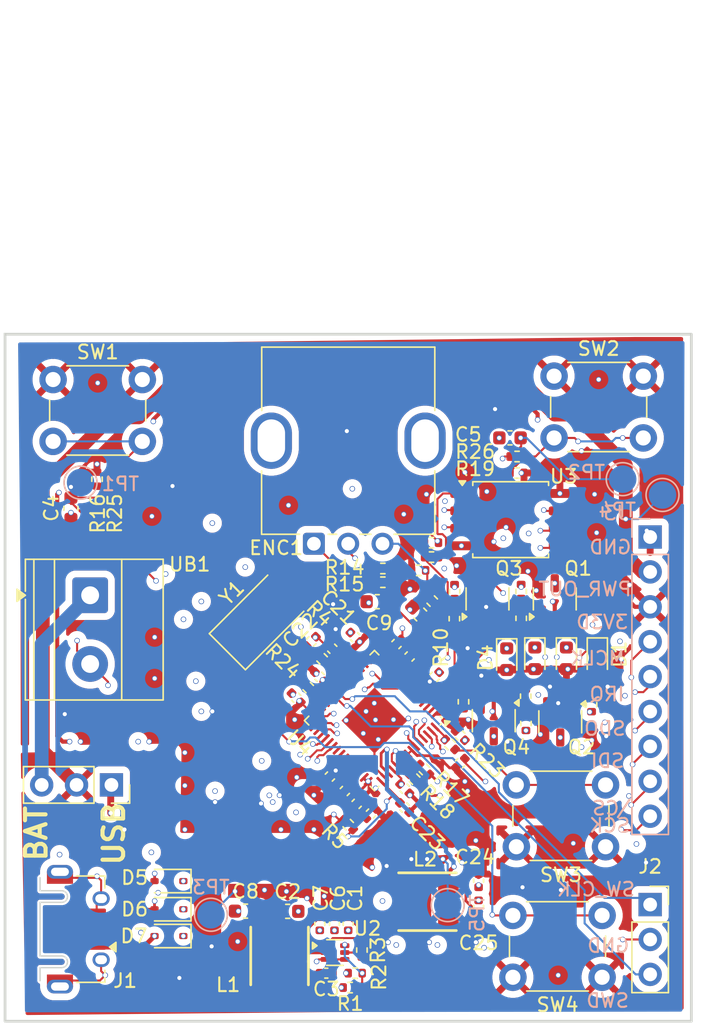
<source format=kicad_pcb>
(kicad_pcb (version 20241229) (generator "pcbnew") (generator_version "9.0")
  (layers (0 "F.Cu" mixed) (4 "In1.Cu" power "GND1") (6 "In2.Cu" mixed "3v3") (8 "In3.Cu" mixed "1v1") (10 "In4.Cu" power "GND2") (2 "B.Cu" mixed) (13 "F.Paste" user) (15 "B.Paste" user) (5 "F.SilkS" user "F.Silkscreen") (7 "B.SilkS" user "B.Silkscreen") (1 "F.Mask" user) (3 "B.Mask" user) (25 "Edge.Cuts" user))
  (net 0 "")
  (net 1 "/FB")
  (net 2 "Net-(U2-EN)")
  (net 3 "GND")
  (net 4 "Net-(U2-SW)")
  (net 5 "Vin")
  (net 6 "Net-(U2-VBST)")
  (net 7 "+3V3_Digital")
  (net 8 "/FLASH_SS")
  (net 9 "/QSPI_SD1")
  (net 10 "/QSPI_SD3")
  (net 11 "/QSPI_SCLK")
  (net 12 "/QSPI_SD0")
  (net 13 "/QSPI_SD2")
  (net 14 "/BATT")
  (net 15 "/BTN1")
  (net 16 "/BTN0")
  (net 17 "/ENC+")
  (net 18 "/ENC-")
  (net 19 "/XTAL_IN")
  (net 20 "Net-(C22-Pad2)")
  (net 21 "Net-(U4-VREG_AVDD)")
  (net 22 "+1V1")
  (net 23 "Net-(D1-K)")
  (net 24 "Net-(D2-K)")
  (net 25 "Net-(D3-K)")
  (net 26 "Net-(D4-K)")
  (net 28 "USB_PWR")
  (net 29 "/USB_D+")
  (net 30 "/USB_D-")
  (net 31 "SW_CLK")
  (net 32 "SWD")
  (net 33 "/MCLK")
  (net 34 "/{slash}CS")
  (net 35 "/SDO")
  (net 36 "/SDI")
  (net 37 "/{slash}IRQ")
  (net 38 "/SCK")
  (net 39 "Net-(Q1-G)")
  (net 40 "Net-(Q1-D)")
  (net 41 "Net-(Q2-G)")
  (net 42 "Net-(Q2-D)")
  (net 43 "Net-(Q3-D)")
  (net 44 "Net-(Q3-G)")
  (net 45 "Net-(Q4-D)")
  (net 46 "Net-(Q4-G)")
  (net 47 "/XTAL_OUT")
  (net 48 "/LED2")
  (net 49 "/LED1")
  (net 50 "/LED3")
  (net 51 "/LED0")
  (net 52 "Net-(R14-Pad1)")
  (net 53 "Net-(R16-Pad1)")
  (net 54 "Net-(U4-USB_DP)")
  (net 55 "Net-(U4-USB_DM)")
  (net 56 "Net-(R19-Pad1)")
  (net 57 "/QSPI_SS")
  (net 58 "Net-(R23-Pad2)")
  (net 59 "Net-(R24-Pad2)")
  (net 60 "Net-(U4-RUN)")
  (net 61 "Net-(R27-Pad1)")
  (net 76 "Net-(U4-VREG_LX)")
  (footprint "Package_TO_SOT_SMD:SOT-23-3" (layer "F.Cu") (at 207.65 93.2125 90)
    (property "Reference" "Q3")
    (property "Value" "NMOS")
  )
  (footprint "Resistor_SMD:R_0402_1005Metric" (layer "F.Cu") (at 205.9 100.7 -90)
    (property "Reference" "R11" (hide yes))
    (property "Value" "10")
  )
  (footprint "Resistor_SMD:R_0402_1005Metric" (layer "F.Cu") (at 210.103206 94.627176 90)
    (property "Reference" "R7" (hide yes))
    (property "Value" "10")
  )
  (footprint "Resistor_SMD:R_0402_1005Metric" (layer "F.Cu") (at 200.025 91)
    (property "Reference" "R14")
    (property "Value" "10k")
  )
  (footprint "Package_TO_SOT_SMD:SOT-23-3" (layer "F.Cu") (at 208.105 102.0775 -90)
    (property "Reference" "Q4")
    (property "Value" "NMOS")
  )
  (footprint "Resistor_SMD:R_0402_1005Metric" (layer "F.Cu") (at 215.230992 100.910152 90)
    (property "Reference" "R8" (hide yes))
    (property "Value" "1k")
  )
  (footprint "Diode_SMD:D_0603_1608Metric" (layer "F.Cu") (at 211.1 97.5375 -90)
    (property "Reference" "D3" (hide yes))
    (property "Value" "LED")
  )
  (footprint "Package_SO:SOIC-8_5.3x5.3mm_P1.27mm" (layer "F.Cu") (at 209.3375 87.445)
    (property "Reference" "U3")
    (property "Value" "W25Q128JVS")
  )
  (footprint "Capacitor_SMD:C_0603_1608Metric" (layer "F.Cu") (at 193.089427 115.952429)
    (property "Reference" "C2")
    (property "Value" "22u")
  )
  (footprint "Package_TO_SOT_SMD:SOT-23-3" (layer "F.Cu") (at 212.95 102.1625 -90)
    (property "Reference" "Q2")
    (property "Value" "NMOS")
  )
  (footprint "Diode_SMD:D_SOD-323" (layer "F.Cu") (at 184.44 115.8 180)
    (property "Reference" "D6")
    (property "Value" "D_TVS")
  )
  (footprint "Diode_SMD:D_0603_1608Metric" (layer "F.Cu") (at 213.4 97.5375 -90)
    (property "Reference" "D2" (hide yes))
    (property "Value" "LED")
  )
  (footprint "Capacitor_SMD:C_0402_1005Metric" (layer "F.Cu") (at 201.02 96.5 45)
    (property "Reference" "C11" (hide yes))
    (property "Value" "0.1u")
  )
  (footprint "Capacitor_SMD:C_0402_1005Metric" (layer "F.Cu") (at 198 96 135)
    (property "Reference" "C13" (hide yes))
    (property "Value" "0.1u")
  )
  (footprint "Capacitor_SMD:C_0402_1005Metric" (layer "F.Cu") (at 195.905 120.45 180)
    (property "Reference" "C3")
    (property "Value" "0.1u")
  )
  (footprint "Button_Switch_THT:SW_PUSH_6mm_H5mm" (layer "F.Cu") (at 176 77.25)
    (property "Reference" "SW1")
    (property "Value" "SW_Push")
  )
  (footprint "Capacitor_SMD:C_0402_1005Metric" (layer "F.Cu") (at 201.60592 108.398244 -45)
    (property "Reference" "C23")
    (property "Value" "4.7u")
  )
  (footprint "Resistor_SMD:R_0402_1005Metric" (layer "F.Cu") (at 179.19878 84.5016 90)
    (property "Reference" "R16")
    (property "Value" "10k")
  )
  (footprint "Capacitor_SMD:C_0603_1608Metric" (layer "F.Cu") (at 177.3 86.62 90)
    (property "Reference" "C4")
    (property "Value" "10uF")
  )
  (footprint "Resistor_SMD:R_0402_1005Metric" (layer "F.Cu") (at 200.025 92)
    (property "Reference" "R15")
    (property "Value" "5k")
  )
  (footprint "Capacitor_SMD:C_0402_1005Metric" (layer "F.Cu") (at 197.5 116.855 -90)
    (property "Reference" "C1")
    (property "Value" "0.1u")
  )
  (footprint "74404043033A:WE-LQS_4025" (layer "F.Cu") (at 192.5 119.2 90)
    (property "Reference" "L1")
    (property "Value" "3.3uH")
  )
  (footprint "Capacitor_SMD:C_0402_1005Metric" (layer "F.Cu") (at 196.339411 96.839411 -45)
    (property "Reference" "C21")
    (property "Value" "15p")
  )
  (footprint "Capacitor_SMD:C_0402_1005Metric" (layer "F.Cu") (at 205.660589 103.160589 -45)
    (property "Reference" "C19" (hide yes))
    (property "Value" "0.1u")
  )
  (footprint "Resistor_SMD:R_0402_1005Metric" (layer "F.Cu") (at 197.5 109.639376 -45)
    (property "Reference" "R5")
    (property "Value" "33")
  )
  (footprint "Resistor_SMD:R_0402_1005Metric" (layer "F.Cu") (at 197.644627 121.5 180)
    (property "Reference" "R1")
    (property "Value" "10k")
  )
  (footprint "Resistor_SMD:R_0402_1005Metric" (layer "F.Cu") (at 198.5 118.77 -90)
    (property "Reference" "R3")
    (property "Value" "10k")
  )
  (footprint "Resistor_SMD:R_0402_1005Metric" (layer "F.Cu") (at 210.45 102.28 90)
    (property "Reference" "R6" (hide yes))
    (property "Value" "1k")
  )
  (footprint "Capacitor_SMD:C_0402_1005Metric" (layer "F.Cu") (at 196.5 116.855 -90)
    (property "Reference" "C6")
    (property "Value" "10u")
  )
  (footprint "Capacitor_SMD:C_0402_1005Metric" (layer "F.Cu") (at 193.708561 100.410069 135)
    (property "Reference" "C12" (hide yes))
    (property "Value" "0.1u")
  )
  (footprint "TerminalBlock_Phoenix:TerminalBlock_Phoenix_MKDS-1,5-2_1x02_P5.00mm_Horizontal" (layer "F.Cu") (at 178.7 92.95 -90)
    (property "Reference" "UB1")
    (property "Value" "Battery")
  )
  (footprint "Resistor_SMD:R_0402_1005Metric" (layer "F.Cu") (at 210.1 92.67 -90)
    (property "Reference" "R12" (hide yes))
    (property "Value" "1k")
  )
  (footprint "Capacitor_SMD:C_0402_1005Metric" (layer "F.Cu") (at 198.117427 108.12914 -135)
    (property "Reference" "C17" (hide yes))
    (property "Value" "0.1u")
  )
  (footprint "Connector_USB:USB_Micro-AB_Molex_47590-0001" (layer "F.Cu") (at 176.15 117.25 -90)
    (property "Reference" "J1")
    (property "Value" "USB_B_Micro")
    (fp_line (start -3.75 1.1) (end -2.8 1.1) (stroke (width 0.1)) (layer "Edge.Cuts"))
    (fp_line (start 1.95 1.1) (end -1.95 1.1) (stroke (width 0.1)) (layer "Edge.Cuts"))
    (fp_line (start 2.8 1.1) (end 3.75 1.1) (stroke (width 0.1)) (layer "Edge.Cuts"))
    (fp_line (start -2.8 -0.475) (end -2.8 1.1) (stroke (width 0.1)) (layer "Edge.Cuts"))
    (fp_line (start -1.95 -0.475) (end -1.95 1.1) (stroke (width 0.1)) (layer "Edge.Cuts"))
    (fp_line (start 1.95 -0.475) (end 1.95 1.1) (stroke (width 0.1)) (layer "Edge.Cuts"))
    (fp_line (start 2.8 -0.475) (end 2.8 1.1) (stroke (width 0.1)) (layer "Edge.Cuts"))
    (fp_arc (start -2.8 -0.475) (mid -2.375 -0.9) (end -1.95 -0.475) (stroke (width 0.1)) (layer "Edge.Cuts"))
    (fp_arc (start 1.95 -0.475) (mid 2.375 -0.9) (end 2.8 -0.475) (stroke (width 0.1)) (layer "Edge.Cuts"))
  )
  (footprint "Capacitor_SMD:C_0402_1005Metric" (layer "F.Cu") (at 201.974833 97.406696 45)
    (property "Reference" "C15" (hide yes))
    (property "Value" "0.1u")
  )
  (footprint "Button_Switch_THT:SW_PUSH_6mm_H5mm" (layer "F.Cu") (at 216 120.75 180)
    (property "Reference" "SW4")
    (property "Value" "RUN_SW")
  )
  (footprint "Crystal:Crystal_SMD_Abracon_ABM3-2Pin_5.0x3.2mm" (layer "F.Cu") (at 191 94.75 45)
    (property "Reference" "Y1")
    (property "Value" "ABM8-272-T3")
  )
  (footprint "Resistor_SMD:R_0402_1005Metric" (layer "F.Cu") (at 205.25 92.68 -90)
    (property "Reference" "R13" (hide yes))
    (property "Value" "1k")
  )
  (footprint "Capacitor_SMD:C_0402_1005Metric" (layer "F.Cu") (at 197.256048 107.193952 -135)
    (property "Reference" "C14" (hide yes))
    (property "Value" "0.1u")
  )
  (footprint "Resistor_SMD:R_0402_1005Metric" (layer "F.Cu") (at 203.57 89.12013)
    (property "Reference" "R20" (hide yes))
    (property "Value" "10k")
  )
  (footprint "Resistor_SMD:R_0402_1005Metric" (layer "F.Cu") (at 209.8 84.05)
    (property "Reference" "R19")
    (property "Value" "10k")
  )
  (footprint "Button_Switch_THT:SW_PUSH_6mm_H5mm" (layer "F.Cu") (at 212.5 77)
    (property "Reference" "SW2")
    (property "Value" "SW_Push")
  )
  (footprint "Resistor_SMD:R_0402_1005Metric" (layer "F.Cu") (at 203.57 90.17013 180)
    (property "Reference" "R22" (hide yes))
    (property "Value" "0R")
  )
  (footprint "Resistor_SMD:R_0402_1005Metric" (layer "F.Cu") (at 195.598135 97.578347 -45)
    (property "Reference" "R4")
    (property "Value" "1k")
  )
  (footprint "Resistor_SMD:R_0402_1005Metric" (layer "F.Cu") (at 194.586142 99.668639 135)
    (property "Reference" "R24")
    (property "Value" "1k")
  )
  (footprint "Capacitor_SMD:C_0603_1608Metric" (layer "F.Cu") (at 190.022718 115.936551 180)
    (property "Reference" "C8")
    (property "Value" "22u")
  )
  (footprint "Resistor_SMD:R_0402_1005Metric" (layer "F.Cu") (at 198.01 120.45)
    (property "Reference" "R2")
    (property "Value" "30.9k")
  )
  (footprint "Capacitor_SMD:C_0603_1608Metric" (layer "F.Cu") (at 209.289682 81.494737)
    (property "Reference" "C5")
    (property "Value" "10uF")
  )
  (footprint "Package_DFN_QFN:QFN-60-1EP_7x7mm_P0.4mm_EP3.4x3.4mm" (layer "F.Cu") (at 199.413833 102.068558 -135)
    (property "Reference" "U4")
    (property "Value" "RP2350A-QFN60")
  )
  (footprint "Capacitor_SMD:C_0603_1608Metric" (layer "F.Cu") (at 199.617087 93.415719)
    (property "Reference" "C9")
    (property "Value" "10uF")
  )
  (footprint "Resistor_SMD:R_0402_1005Metric" (layer "F.Cu") (at 210.433004 100.293651 -90)
    (property "Reference" "R9" (hide yes))
    (property "Value" "10")
  )
  (footprint "Capacitor_SMD:C_0402_1005Metric" (layer "F.Cu") (at 199.160589 108.839411 -135)
    (property "Reference" "C20" (hide yes))
    (property "Value" "0.1u")
  )
  (footprint "Resistor_SMD:R_0402_1005Metric" (layer "F.Cu") (at 204.928242 103.810233 -45)
    (property "Reference" "R23")
    (property "Value" "1k")
  )
  (footprint "Resistor_SMD:R_0402_1005Metric" (layer "F.Cu") (at 209.805 82.85)
    (property "Reference" "R26")
    (property "Value" "10k")
  )
  (footprint "Resistor_SMD:R_0402_1005Metric" (layer "F.Cu") (at 202.341946 106.339146 -45)
    (property "Reference" "R18")
    (property "Value" "27")
  )
  (footprint "Diode_SMD:D_0603_1608Metric" (layer "F.Cu") (at 215.65 97.5375 -90)
    (property "Reference" "D1")
    (property "Value" "LED")
  )
  (footprint "Capacitor_SMD:C_0603_1608Metric" (layer "F.Cu") (at 202.750143 94.349008 -45)
    (property "Reference" "C10" (hide yes))
    (property "Value" "10uF")
  )
  (footprint "Diode_SMD:D_SOD-323" (layer "F.Cu") (at 184.44 117.75 180)
    (property "Reference" "D7")
    (property "Value" "D_TVS")
  )
  (footprint "Capacitor_SMD:C_0402_1005Metric" (layer "F.Cu") (at 196.167157 106.142391 -135)
    (property "Reference" "C27" (hide yes))
    (property "Value" "100n")
  )
  (footprint "Rotary_Encoder:RotaryEncoder_Bourns_Vertical_PEC12R-3x17F-Nxxxx" (layer "F.Cu") (at 195 89.2 90)
    (property "Reference" "ENC1")
    (property "Value" "RotaryEncoder")
  )
  (footprint "Capacitor_SMD:C_0402_1005Metric" (layer "F.Cu") (at 195.43 116.855 -90)
    (property "Reference" "C7")
    (property "Value" "10u")
  )
  (footprint "Capacitor_SMD:C_0402_1005Metric" (layer "F.Cu") (at 201.620126 107.026395 -45)
    (property "Reference" "C16" (hide yes))
    (property "Value" "0.1u")
  )
  (footprint "Capacitor_SMD:C_0402_1005Metric" (layer "F.Cu") (at 195.411109 98.886343 135)
    (property "Reference" "C28" (hide yes))
    (property "Value" "4.7u")
  )
  (footprint "Capacitor_SMD:C_0402_1005Metric" (layer "F.Cu") (at 203.786877 98.889315 45)
    (property "Reference" "C26" (hide yes))
    (property "Value" "100n")
  )
  (footprint "Package_TO_SOT_SMD:SOT-563" (layer "F.Cu") (at 196.5375 118.95)
    (property "Reference" "U2")
    (property "Value" "TPS562202")
  )
  (footprint "Resistor_SMD:R_0402_1005Metric" (layer "F.Cu") (at 180.357867 84.499692 90)
    (property "Reference" "R25")
    (property "Value" "10k")
  )
  (footprint "Capacitor_SMD:C_0402_1005Metric" (layer "F.Cu") (at 205.660589 105.174964 45)
    (property "Reference" "C18" (hide yes))
    (property "Value" "0.1u")
  )
  (footprint "Resistor_SMD:R_0402_1005Metric" (layer "F.Cu") (at 205.236632 94.652901 90)
    (property "Reference" "R10")
    (property "Value" "10")
  )
  (footprint "Resistor_SMD:R_0402_1005Metric" (layer "F.Cu") (at 203.622609 93.372839 -45)
    (property "Reference" "R27" (hide yes))
    (property "Value" "5k")
  )
  (footprint "Connector_PinSocket_2.54mm:PinSocket_1x03_P2.54mm_Vertical" (layer "F.Cu") (at 219.5 115.46)
    (property "Reference" "J2")
    (property "Value" "Conn_01x03")
  )
  (footprint "Capacitor_SMD:C_0402_1005Metric" (layer "F.Cu") (at 207 115.632979 90)
    (property "Reference" "C25")
    (property "Value" "4.7u")
  )
  (footprint "Connector_PinSocket_2.54mm:PinSocket_1x03_P2.54mm_Vertical" (layer "F.Cu") (at 180.25 106.75 -90)
    (property "Reference" "BATT_USB_JMP1" (hide yes))
    (property "Value" "Conn_01x03")
  )
  (footprint "Button_Switch_THT:SW_PUSH_6mm_H5mm" (layer "F.Cu") (at 216.25 111.25 180)
    (property "Reference" "SW3")
    (property "Value" "BOOT_SEL")
  )
  (footprint "Package_TO_SOT_SMD:SOT-23-3" (layer "F.Cu") (at 212.55 93.2125 90)
    (property "Reference" "Q1")
    (property "Value" "NMOS")
  )
  (footprint "Resistor_SMD:R_0402_1005Metric" (layer "F.Cu") (at 202.632901 91.134654 180)
    (property "Reference" "R28" (hide yes))
    (property "Value" "10k")
  )
  (footprint "Capacitor_SMD:C_0402_1005Metric" (layer "F.Cu") (at 207 113.72 -90)
    (property "Reference" "C24")
    (property "Value" "4.7u")
  )
  (footprint "Diode_SMD:D_SOD-323" (layer "F.Cu") (at 184.44 113.75 180)
    (property "Reference" "D5")
    (property "Value" "D_TVS")
  )
  (footprint "Resistor_SMD:R_0402_1005Metric" (layer "F.Cu") (at 203.054693 105.62879 -45)
    (property "Reference" "R17")
    (property "Value" "27")
  )
  (footprint "Diode_SMD:D_0603_1608Metric" (layer "F.Cu") (at 209.05 97.6 -90)
    (property "Reference" "D4")
    (property "Value" "LED")
  )
  (footprint "Capacitor_SMD:C_0402_1005Metric" (layer "F.Cu") (at 194.810523 96.304173 -135)
    (property "Reference" "C22")
    (property "Value" "15p")
  )
  (footprint "74404043033A:WE-LQS_4025" (layer "F.Cu") (at 203.275 115.25)
    (property "Reference" "L2")
    (property "Value" "3.3uH")
  )
  (footprint "TestPoint:TestPoint_Pad_D2.0mm" (layer "B.Cu") (at 178 84.75 180)
    (property "Reference" "TP1")
    (property "Value" "TestPoint")
  )
  (footprint "TestPoint:TestPoint_Pad_D2.0mm" (layer "B.Cu") (at 217.5 84.5 180)
    (property "Reference" "TP2")
    (property "Value" "TestPoint")
  )
  (footprint "Connector_PinSocket_2.54mm:PinSocket_1x09_P2.54mm_Vertical" (layer "B.Cu") (at 219.5 88.71 180)
    (property "Reference" "J3")
    (property "Value" "Conn_01x09")
  )
  (footprint "TestPoint:TestPoint_Pad_D2.0mm" (layer "B.Cu") (at 187.5 116.2 180)
    (property "Reference" "TP3")
    (property "Value" "TestPoint")
  )
  (footprint "TestPoint:TestPoint_Pad_D2.0mm" (layer "B.Cu") (at 220.4 85.65 180)
    (property "Reference" "TP4")
    (property "Value" "TestPoint")
  )
  (footprint "TestPoint:TestPoint_Pad_D2.0mm" (layer "B.Cu") (at 204.75 115.5 90)
    (property "Reference" "TP5")
    (property "Value" "TestPoint")
  )
  (gr_rect (start 172.5 73.95) (end 222.5 123.95) (stroke (width 0.2)) (fill no) (layer "Edge.Cuts"))
  (gr_text "USB" (at 181.3 112.75 90) (layer "F.SilkS") (effects (font (size 1.5 1.5) (thickness 0.3) (bold yes)) (justify left bottom)))
  (gr_text "BAT" (at 175.65 112.45 90) (layer "F.SilkS") (effects (font (size 1.5 1.5) (thickness 0.3) (bold yes)) (justify left bottom)))
  (gr_text "GND\n" (at 216.45 118.45 0) (layer "B.SilkS") (effects (font (size 1 1) (thickness 0.153)) (justify mirror)))
  (gr_text "IRQ" (at 216.35 100.15 0) (layer "B.SilkS") (effects (font (size 1 1) (thickness 0.153)) (justify mirror)))
  (gr_text "GND" (at 216.6 89.45 0) (layer "B.SilkS") (effects (font (size 1 1) (thickness 0.153)) (justify mirror)))
  (gr_text "SCK" (at 216.55 109.7 0) (layer "B.SilkS") (effects (font (size 1 1) (thickness 0.153)) (justify mirror)))
  (gr_text "PWR_OUT" (at 214.75 92.5 0) (layer "B.SilkS") (effects (font (size 1 1) (thickness 0.153)) (justify mirror)))
  (gr_text "3V3D" (at 216 94.9 0) (layer "B.SilkS") (effects (font (size 1 1) (thickness 0.153)) (justify mirror)))
  (gr_text "SW_CLK" (at 215.55 114.35 0) (layer "B.SilkS") (effects (font (size 1 1) (thickness 0.153)) (justify mirror)))
  (gr_text "SDI" (at 216.4 105 0) (layer "B.SilkS") (effects (font (size 1 1) (thickness 0.153)) (justify mirror)))
  (gr_text "SWD" (at 216.4 122.45 0) (layer "B.SilkS") (effects (font (size 1 1) (thickness 0.153)) (justify mirror)))
  (gr_text "\\CS" (at 216.6 108.45 0) (layer "B.SilkS") (effects (font (size 1 1) (thickness 0.153)) (justify mirror)))
  (gr_text "SDO\n" (at 216.2 102.65 0) (layer "B.SilkS") (effects (font (size 1 1) (thickness 0.153)) (justify mirror)))
  (gr_text "MCLK" (at 215.65 97.5375 0) (layer "B.SilkS") (effects (font (size 1 1) (thickness 0.153)) (justify mirror)))
  (segment (start 198.52 121.134627) (end 198.154627 121.5) (width 0.15) (layer "F.Cu") (net 1))
  (segment (start 198.52 120.45) (end 198.52 121.134627) (width 0.15) (layer "F.Cu") (net 1))
  (segment (start 197.25 118.375) (end 197.25 118.45) (width 0.15) (layer "F.Cu") (net 1))
  (via (at 198.52 120.45) (size 0.4) (drill 0.3) (layers "F.Cu" "B.Cu") (net 1))
  (via (at 197.25 118.375) (size 0.4) (drill 0.3) (layers "F.Cu" "B.Cu") (net 1))
  (segment (start 197.25 119.25) (end 197.25 118.375) (width 0.15) (layer "B.Cu") (net 1))
  (segment (start 198.52 120.45) (end 198.45 120.45) (width 0.15) (layer "B.Cu") (net 1))
  (segment (start 198.45 120.45) (end 197.25 119.25) (width 0.15) (layer "B.Cu") (net 1))
  (segment (start 198.160001 118.95) (end 197.25 118.95) (width 0.15) (layer "F.Cu") (net 2))
  (segment (start 198.300001 119.09) (end 198.160001 118.95) (width 0.15) (layer "F.Cu") (net 2))
  (segment (start 198.5 119.09) (end 198.300001 119.09) (width 0.15) (layer "F.Cu") (net 2))
  (segment (start 178.7 97.95) (end 180 99.25) (width 0.15) (layer "F.Cu") (net 3))
  (segment (start 211.301208 79.754704) (end 209.397504 77.851) (width 0.3) (layer "F.Cu") (net 3))
  (segment (start 195.827746 106.481802) (end 196.879307 107.533363) (width 0.15) (layer "F.Cu") (net 3))
  (segment (start 176.7 103.6) (end 176.3 103.2) (width 0.3) (layer "F.Cu") (net 3))
  (segment (start 198.110907 108.468551) (end 198.821178 109.178822) (width 0.2) (layer "F.Cu") (net 3))
  (segment (start 202 108.682986) (end 202.565355 108.117631) (width 0.3) (layer "F.Cu") (net 3))
  (segment (start 199.413833 105.462671) (end 199.413833 102.068558) (width 0.15) (layer "F.Cu") (net 3))
  (segment (start 176.3 85.6) (end 176.425 85.475) (width 0.3) (layer "F.Cu") (net 3))
  (segment (start 195.35 119.45) (end 195.2 119.6) (width 0.15) (layer "F.Cu") (net 3))
  (segment (start 179.5 119.475) (end 179.5 120.3) (width 0.15) (layer "F.Cu") (net 3))
  (segment (start 219.5 88.5) (end 219.25 88.25) (width 0.5) (layer "F.Cu") (net 3))
  (segment (start 195.5 108) (end 196.523809 108) (width 0.15) (layer "F.Cu") (net 3))
  (segment (start 177.75 97) (end 177.75 96.25) (width 0.15) (layer "F.Cu") (net 3))
  (segment (start 200.156295 106.205133) (end 199.413833 105.462671) (width 0.15) (layer "F.Cu") (net 3))
  (segment (start 201.835568 107.394072) (end 201.782085 107.340589) (width 0.15) (layer "F.Cu") (net 3))
  (segment (start 176.5 117.25) (end 177.8 115.95) (width 0.15) (layer "F.Cu") (net 3))
  (segment (start 178.7 97.95) (end 177.75 97) (width 0.15) (layer "F.Cu") (net 3))
  (segment (start 177.2 103.6) (end 176.7 103.6) (width 0.3) (layer "F.Cu") (net 3))
  (segment (start 195.271836 96.018224) (end 195.876806 96.623194) (width 0.15) (layer "F.Cu") (net 3))
  (segment (start 205.959877 105.08005) (end 205.959877 104.835553) (width 0.15) (layer "F.Cu") (net 3))
  (segment (start 201.959537 107.365806) (end 201.959537 107.459537) (width 0.3) (layer "F.Cu") (net 3))
  (segment (start 179.0875 113.5125) (end 179.2 113.4) (width 0.15) (layer "F.Cu") (net 3))
  (segment (start 195.825 119.45) (end 195.35 119.45) (width 0.15) (layer "F.Cu") (net 3))
  (segment (start 219.5 89.84) (end 219.5 88.5) (width 0.5) (layer "F.Cu") (net 3))
  (segment (start 201.835568 107.394072) (end 201.959537 107.518041) (width 0.15) (layer "F.Cu") (net 3))
  (segment (start 196.523809 108) (end 196.916637 107.607172) (width 0.15) (layer "F.Cu") (net 3))
  (segment (start 201.55 95.45) (end 201.5 95.45) (width 0.15) (layer "F.Cu") (net 3))
  (segment (start 196.916637 107.607172) (end 197.778016 108.468551) (width 0.2) (layer "F.Cu") (net 3))
  (segment (start 180 99.25) (end 180 99.5) (width 0.15) (layer "F.Cu") (net 3))
  (segment (start 179.5 120.3) (end 179.8 120.6) (width 0.15) (layer "F.Cu") (net 3))
  (segment (start 201.45 96.07) (end 201.359411 96.160589) (width 0.15) (layer "F.Cu") (net 3))
  (segment (start 196.916637 107.533363) (end 196.916637 107.607172) (width 0.15) (layer "F.Cu") (net 3))
  (segment (start 179.5 113.7) (end 179.2 113.4) (width 0.15) (layer "F.Cu") (net 3))
  (segment (start 176.3 103.2) (end 176.3 85.6) (width 0.3) (layer "F.Cu") (net 3))
  (segment (start 217.5 118) (end 219.5 118) (width 0.15) (layer "F.Cu") (net 3))
  (segment (start 201.959537 107.459537) (end 202 107.5) (width 0.3) (layer "F.Cu") (net 3))
  (segment (start 202.565355 108.117631) (end 202.565355 107.971624) (width 0.3) (layer "F.Cu") (net 3))
  (segment (start 179.175 115.95) (end 179.175 115.35) (width 0.15) (layer "F.Cu") (net 3))
  (segment (start 207.65 92.075) (end 208.075 92.075) (width 0.15) (layer "F.Cu") (net 3))
  (segment (start 177.8 115.95) (end 179.175 115.95) (width 0.15) (layer "F.Cu") (net 3))
  (segment (start 197.5 89.2) (end 197.5 89.75) (width 0.15) (layer "F.Cu") (net 3))
  (segment (start 197.5 89.75) (end 198 90.25) (width 0.15) (layer "F.Cu") (net 3))
  (segment (start 201.945331 108.737655) (end 202 108.682986) (width 0.15) (layer "F.Cu") (net 3))
  (segment (start 201.359411 96.160589) (end 201.407548 96.160589) (width 0.15) (layer "F.Cu") (net 3))
  (segment (start 201.407548 96.160589) (end 202.314244 97.067285) (width 0.15) (layer "F.Cu") (net 3))
  (segment (start 201.45 95.35) (end 201.55 95.45) (width 0.15) (layer "F.Cu") (net 3))
  (segment (start 176.5 120.9875) (end 179.4125 120.9875) (width 0.15) (layer "F.Cu") (net 3))
  (segment (start 211.301208 80.179267) (end 211.301208 79.754704) (width 0.3) (layer "F.Cu") (net 3))
  (segment (start 199.431442 102.068558) (end 199.5 102) (width 0.15) (layer "F.Cu") (net 3))
  (segment (start 183.3 80.153788) (end 183.3 80.3) (width 0.3) (layer "F.Cu") (net 3))
  (segment (start 207.5 106.5) (end 207.379827 106.5) (width 0.15) (layer "F.Cu") (net 3))
  (segment (start 201.45 95.35) (end 201.45 96.07) (width 0.15) (layer "F.Cu") (net 3))
  (segment (start 197.778016 108.468551) (end 198.110907 108.468551) (width 0.15) (layer "F.Cu") (net 3))
  (segment (start 179.175 115.35) (end 179.5 115.025) (width 0.15) (layer "F.Cu") (net 3))
  (segment (start 195.096472 96.018224) (end 195.271836 96.018224) (width 0.15) (layer "F.Cu") (net 3))
  (segment (start 196.879307 107.533363) (end 196.916637 107.533363) (width 0.15) (layer "F.Cu") (net 3))
  (segment (start 179.4125 120.9875) (end 179.8 120.6) (width 0.15) (layer "F.Cu") (net 3))
  (segment (start 207.379827 106.5) (end 205.959877 105.08005) (width 0.15) (layer "F.Cu") (net 3))
  (segment (start 202.565355 107.971624) (end 201.959537 107.365806) (width 0.3) (layer "F.Cu") (net 3))
  (segment (start 208.075 92.075) (end 208.789914 92.789914) (width 0.15) (layer "F.Cu") (net 3))
  (segment (start 179.5 115.025) (end 179.5 113.7) (width 0.15) (layer "F.Cu") (net 3))
  (segment (start 176.5 113.5125) (end 179.0875 113.5125) (width 0.15) (layer "F.Cu") (net 3))
  (segment (start 197.134627 121.5) (end 197 121.5) (width 0.15) (layer "F.Cu") (net 3))
  (segment (start 209.397504 77.851) (end 185.602788 77.851) (width 0.3) (layer "F.Cu") (net 3))
  (segment (start 185.602788 77.851) (end 183.3 80.153788) (width 0.3) (layer "F.Cu") (net 3))
  (via (at 185.49 117.75) (size 0.4) (drill 0.3) (layers "F.Cu" "B.Cu") (net 3))
  (via (at 207.4 118.6) (size 0.4) (drill 0.3) (layers "F.Cu" "B.Cu") (net 3))
  (via (at 215.3 95.1) (size 0.4) (drill 0.3) (layers "F.Cu" "B.Cu") (net 3))
  (via (at 212.95 103.3) (size 0.4) (drill 0.3) (layers "F.Cu" "B.Cu") (net 3))
  (via (at 177.3 86.94) (size 0.4) (drill 0.3) (layers "F.Cu" "B.Cu") (net 3))
  (via (at 218.5 111.05) (size 0.4) (drill 0.3) (layers "F.Cu" "B.Cu") (net 3))
  (via (at 217.5 118) (size 0.4) (drill 0.3) (layers "F.Cu" "B.Cu") (net 3))
  (via (at 199.4 100.8) (size 0.4) (drill 0.3) (layers "F.Cu" "B.Cu") (net 3))
  (via (at 179.8 120.6) (size 0.4) (drill 0.3) (layers "F.Cu" "B.Cu") (net 3))
  (via (at 183.160231 111.660207) (size 0.4) (drill 0.3) (layers "F.Cu" "B.Cu") (net 3))
  (via (at 205.75 89.35) (size 0.4) (drill 0.3) (layers "F.Cu" "B.Cu") (net 3))
  (via (at 186.8 101.4) (size 0.4) (drill 0.3) (layers "F.Cu" "B.Cu") (net 3))
  (via (at 204 118.4) (size 0.4) (drill 0.3) (layers "F.Cu" "B.Cu") (net 3))
  (via (at 191.754031 107.508063) (size 0.4) (drill 0.3) (layers "F.Cu" "B.Cu") (net 3))
  (via (at 185.49 113.75) (size 0.4) (drill 0.3) (layers "F.Cu" "B.Cu") (net 3))
  (via (at 217.660876 100.260876) (size 0.4) (drill 0.3) (layers "F.Cu" "B.Cu") (net 3))
  (via (at 198.6 103) (size 0.4) (drill 0.3) (layers "F.Cu" "B.Cu") (net 3))
  (via (at 185.5 94.7) (size 0.4) (drill 0.3) (layers "F.Cu" "B.Cu") (net 3))
  (via (at 189.5 115.936551) (size 0.4) (drill 0.3) (layers "F.Cu" "B.Cu") (net 3))
  (via (at 190 90.9) (size 0.4) (drill 0.3) (layers "F.Cu" "B.Cu") (net 3))
  (via (at 211.85 97.45) (size 0.4) (drill 0.3) (layers "F.Cu" "B.Cu") (net 3))
  (via (at 204.55 86.1) (size 0.4) (drill 0.3) (layers "F.Cu" "B.Cu") (net 3))
  (via (at 200.8 102) (size 0.4) (drill 0.3) (layers "F.Cu" "B.Cu") (net 3))
  (via (at 197.660589 95.660589) (size 0.4) (drill 0.3) (layers "F.Cu" "B.Cu") (net 3))
  (via (at 194 104.55) (size 0.4) (drill 0.3) (layers "F.Cu" "B.Cu") (net 3))
  (via (at 210.65 88.45) (size 0.4) (drill 0.3) (layers "F.Cu" "B.Cu") (net 3))
  (via (at 198 90.25) (size 0.4) (drill 0.3) (layers "F.Cu" "B.Cu") (net 3))
  (via (at 204.126288 98.549904) (size 0.4) (drill 0.3) (layers "F.Cu" "B.Cu") (net 3))
  (via (at 184.2 91.4) (size 0.4) (drill 0.3) (layers "F.Cu" "B.Cu") (net 3))
  (via (at 212.8 120.6) (size 0.4) (drill 0.3) (layers "F.Cu" "B.Cu") (net 3))
  (via (at 207.75 97.65) (size 0.4) (drill 0.3) (layers "F.Cu" "B.Cu") (net 3))
  (via (at 185.49 115.8) (size 0.4) (drill 0.3) (layers "F.Cu" "B.Cu") (net 3))
  (via (at 195.184835 98.660069) (size 0.4) (drill 0.3) (layers "F.Cu" "B.Cu") (net 3))
  (via (at 197.8 85.2) (size 0.4) (drill 0.3) (layers "F.Cu" "B.Cu") (net 3))
  (via (at 198.8 101.4) (size 0.4) (drill 0.3) (layers "F.Cu" "B.Cu") (net 3))
  (via (at 217.954204 107.554204) (size 0.4) (drill 0.3) (layers "F.Cu" "B.Cu") (net 3))
  (via (at 211.35 100.2) (size 0.4) (drill 0.3) (layers "F.Cu" "B.Cu") (net 3))
  (via (at 176.425 85.475) (size 0.4) (drill 0.3) (layers "F.Cu" "B.Cu") (net 3))
  (via (at 197 121.5) (size 0.4) (drill 0.3) (layers "F.Cu" "B.Cu") (net 3))
  (via (at 199.489266 102.019558) (size 0.4) (drill 0.3) (layers "F.Cu" "B.Cu") (net 3))
  (via (at 208.5 81.5) (size 0.4) (drill 0.3) (layers "F.Cu" "B.Cu") (net 3))
  (via (at 191.2 105) (size 0.4) (drill 0.3) (layers "F.Cu" "B.Cu") (net 3))
  (via (at 208.789914 92.789914) (size 0.4) (drill 0.3) (layers "F.Cu" "B.Cu") (net 3))
  (via (at 180 99.5) (size 0.4) (drill 0.3) (layers "F.Cu" "B.Cu") (net 3))
  (via (at 212.55 92.075) (size 0.4) (drill 0.3) (layers "F.Cu" "B.Cu") (net 3))
  (via (at 192 108) (size 0.4) (drill 0.3) (layers "F.Cu" "B.Cu") (net 3))
  (via (at 195.43 117.335) (size 0.4) (drill 0.3) (layers "F.Cu" "B.Cu") (net 3))
  (via (at 176.473351 111.82248) (size 0.4) (drill 0.3) (layers "F.Cu" "B.Cu") (net 3))
  (via (at 201.45 95.35) (size 0.4) (drill 0.3) (layers "F.Cu" "B.Cu") (net 3))
  (via (at 186.4 99.2) (size 0.4) (drill 0.3) (layers "F.Cu" "B.Cu") (net 3))
  (via (at 177.2 103.6) (size 0.4) (drill 0.3) (layers "F.Cu" "B.Cu") (net 3))
  (via (at 214.5 104) (size 0.4) (drill 0.3) (layers "F.Cu" "B.Cu") (net 3))
  (via (at 219.25 88.25) (size 0.4) (drill 0.3) (layers "F.Cu" "B.Cu") (net 3))
  (via (at 187.8 107.2) (size 0.4) (drill 0.3) (layers "F.Cu" "B.Cu") (net 3))
  (via (at 197.35 102.05) (size 0.4) (drill 0.3) (layers "F.Cu" "B.Cu") (net 3))
  (via (at 194.05 95.25) (size 0.4) (drill 0.3) (layers "F.Cu" "B.Cu") (net 3))
  (via (at 217.3 96.3) (size 0.4) (drill 0.3) (layers "F.Cu" "B.Cu") (net 3))
  (via (at 186.8 93.4) (size 0.4) (drill 0.3) (layers "F.Cu" "B.Cu") (net 3))
  (via (at 215.75 77.25) (size 0.4) (drill 0.3) (layers "F.Cu" "B.Cu") (net 3))
  (via (at 193.864427 115.952429) (size 0.4) (drill 0.3) (layers "F.Cu" "B.Cu") (net 3))
  (via (at 179.25 77.5) (size 0.4) (drill 0.3) (layers "F.Cu" "B.Cu") (net 3))
  (via (at 197.5 117.335) (size 0.4) (drill 0.3) (layers "F.Cu" "B.Cu") (net 3))
  (via (at 216.2 102.2) (size 0.4) (drill 0.3) (layers "F.Cu" "B.Cu") (net 3))
  (via (at 187.6 87.7) (size 0.4) (drill 0.3) (layers "F.Cu" "B.Cu") (net 3))
  (via (at 182.2 103.6) (size 0.4) (drill 0.3) (layers "F.Cu" "B.Cu") (net 3))
  (via (at 200 115.2) (size 0.4) (drill 0.3) (layers "F.Cu" "B.Cu") (net 3))
  (via (at 179.2 113.4) (size 0.4) (drill 0.3) (layers "F.Cu" "B.Cu") (net 3))
  (via (at 207 114.04) (size 0.4) (drill 0.3) (layers "F.Cu" "B.Cu") (net 3))
  (via (at 211.301208 80.179267) (size 0.4) (drill 0.3) (layers "F.Cu" "B.Cu") (net 3))
  (via (at 204.5 91) (size 0.4) (drill 0.3) (layers "F.Cu" "B.Cu") (net 3))
  (via (at 208.8 88.8) (size 0.4) (drill 0.3) (layers "F.Cu" "B.Cu") (net 3))
  (via (at 202 107.5) (size 0.4) (drill 0.3) (layers "F.Cu" "B.Cu") (net 3))
  (via (at 182.4 117.5) (size 0.4) (drill 0.3) (layers "F.Cu" "B.Cu") (net 3))
  (via (at 206 103.5) (size 0.4) (drill 0.3) (layers "F.Cu" "B.Cu") (net 3))
  (via (at 207.5 106.5) (size 0.4) (drill 0.3) (layers "F.Cu" "B.Cu") (net 3))
  (via (at 183.65 114.6) (size 0.4) (drill 0.3) (layers "F.Cu" "B.Cu") (net 3))
  (via (at 201 118.4) (size 0.4) (drill 0.3) (layers "F.Cu" "B.Cu") (net 3))
  (via (at 199.688854 103.4457) (size 0.4) (drill 0.3) (layers "F.Cu" "B.Cu") (net 3))
  (via (at 208.105 103.215) (size 0.4) (drill 0.3) (layers "F.Cu" "B.Cu") (net 3))
  (via (at 201.879 101.911289) (size 0.4) (drill 0.3) (layers "F.Cu" "B.Cu") (net 3))
  (via (at 195 107.5) (size 0.4) (drill 0.3) (layers "F.Cu" "B.Cu") (net 3))
  (via (at 202 94) (size 0.4) (drill 0.3) (layers "F.Cu" "B.Cu") (net 3))
  (via (at 177.75 96.25) (size 0.4) (drill 0.3) (layers "F.Cu" "B.Cu") (net 3))
  (via (at 196.5 117.335) (size 0.4) (drill 0.3) (layers "F.Cu" "B.Cu") (net 3))
  (via (at 193.7 108.75) (size 0.4) (drill 0.3) (layers "F.Cu" "B.Cu") (net 3))
  (via (at 207 115.152979) (size 0.4) (drill 0.3) (layers "F.Cu" "B.Cu") (net 3))
  (via (at 193.482287 100.183795) (size 0.4) (drill 0.3) (layers "F.Cu" "B.Cu") (net 3))
  (via (at 183.3 80.3) (size 0.4) (drill 0.3) (layers "F.Cu" "B.Cu") (net 3))
  (via (at 195.2 119.6) (size 0.4) (drill 0.3) (layers "F.Cu" "B.Cu") (net 3))
  (via (at 213.9 111) (size 0.4) (drill 0.3) (layers "F.Cu" "B.Cu") (net 3))
  (via (at 212.7 97.45) (size 0.4) (drill 0.3) (layers "F.Cu" "B.Cu") (net 3))
  (via (at 195.096472 96.018224) (size 0.4) (drill 0.3) (layers "F.Cu" "B.Cu") (net 3))
  (via (at 199 93.5) (size 0.4) (drill 0.3) (layers "F.Cu" "B.Cu") (net 3))
  (segment (start 195.585 120.45) (end 192.775 120.45) (width 0.35) (layer "F.Cu") (net 4))
  (segment (start 192.775 120.45) (end 192.5 120.725) (width 0.15) (layer "F.Cu") (net 4))
  (segment (start 195.825 118.95) (end 194.275 118.95) (width 0.25) (layer "F.Cu") (net 4))
  (segment (start 194.275 118.95) (end 192.5 120.725) (width 0.25) (layer "F.Cu") (net 4))
  (segment (start 217.725 83.475) (end 217.725 90.037) (width 1) (layer "F.Cu") (net 5))
  (segment (start 195.43 116.375) (end 197.5 116.375) (width 0.5) (layer "F.Cu") (net 5))
  (segment (start 218.938 91.25) (end 219.5 91.25) (width 1) (layer "F.Cu") (net 5))
  (segment (start 195.45 118.45) (end 194.625 117.625) (width 0.15) (layer "F.Cu") (net 5))
  (segment (start 182.250292 80) (end 180.2 80) (width 1) (layer "F.Cu") (net 5))
  (segment (start 198.5 117.375) (end 197.5 116.375) (width 0.15) (layer "F.Cu") (net 5))
  (segment (start 175.25 84.95) (end 175.25 104.29) (width 1) (layer "F.Cu") (net 5))
  (segment (start 195.75 114.85) (end 195.75 115.85) (width 0.25) (layer "F.Cu") (net 5))
  (segment (start 196.376 117.899) (end 198.139 117.899) (width 0.15) (layer "F.Cu") (net 5))
  (segment (start 180.2 80) (end 175.25 84.95) (width 1) (layer "F.Cu") (net 5))
  (segment (start 194.625 117.625) (end 194.625 117.18) (width 0.15) (layer "F.Cu") (net 5))
  (segment (start 214.049 79.799) (end 212.549 79.799) (width 1) (layer "F.Cu") (net 5))
  (segment (start 195.825 118.45) (end 196.376 117.899) (width 0.15) (layer "F.Cu") (net 5))
  (segment (start 194.625 117.18) (end 195.43 116.375) (width 0.15) (layer "F.Cu") (net 5))
  (segment (start 185.250292 77) (end 182.250292 80) (width 1) (layer "F.Cu") (net 5))
  (segment (start 217.725 90.037) (end 218.938 91.25) (width 1) (layer "F.Cu") (net 5))
  (segment (start 212.549 79.799) (end 209.75 77) (width 1) (layer "F.Cu") (net 5))
  (segment (start 195.75 115.85) (end 195.43 116.17) (width 0.25) (layer "F.Cu") (net 5))
  (segment (start 217.725 83.475) (end 214.049 79.799) (width 1) (layer "F.Cu") (net 5))
  (segment (start 198.5 118.26) (end 198.5 117.375) (width 0.15) (layer "F.Cu") (net 5))
  (segment (start 195.825 118.45) (end 195.45 118.45) (width 0.15) (layer "F.Cu") (net 5))
  (segment (start 209.75 77) (end 185.250292 77) (width 1) (layer "F.Cu") (net 5))
  (segment (start 198.139 117.899) (end 198.5 118.26) (width 0.15) (layer "F.Cu") (net 5))
  (segment (start 195.43 116.17) (end 195.43 116.535) (width 0.25) (layer "F.Cu") (net 5))
  (segment (start 175.25 104.29) (end 177.71 106.75) (width 1) (layer "F.Cu") (net 5))
  (via (at 217.725 87.4) (size 0.4) (drill 0.3) (layers "F.Cu" "B.Cu") (net 5))
  (via (at 195.75 114.85) (size 0.4) (drill 0.3) (layers "F.Cu" "B.Cu") (net 5))
  (segment (start 218.65 87.4) (end 217.725 87.4) (width 0.15) (layer "B.Cu") (net 5))
  (segment (start 220.4 85.65) (end 218.65 87.4) (width 0.15) (layer "B.Cu") (net 5))
  (segment (start 196.225 119.975) (end 196.225 120.45) (width 0.15) (layer "F.Cu") (net 6))
  (segment (start 196.75 119.45) (end 196.225 119.975) (width 0.15) (layer "F.Cu") (net 6))
  (segment (start 197.25 119.45) (end 196.75 119.45) (width 0.15) (layer "F.Cu") (net 6))
  (segment (start 200.669654 91.134654) (end 200.535 91) (width 0.15) (layer "F.Cu") (net 7))
  (segment (start 198.339411 96.339411) (end 198.339411 96.613137) (width 0.15) (layer "F.Cu") (net 7))
  (segment (start 196.828752 109.278752) (end 196.45 108.9) (width 0.15) (layer "F.Cu") (net 7))
  (segment (start 199.061481 106.595242) (end 199.061481 107.185086) (width 0.3) (layer "F.Cu") (net 7))
  (segment (start 207.4 111.4) (end 206.8 110.8) (width 0.4) (layer "F.Cu") (net 7))
  (segment (start 204.219785 104.848031) (end 204.247138 104.848031) (width 0.15) (layer "F.Cu") (net 7))
  (segment (start 197.5 107) (end 197.482322 106.982322) (width 0.15) (layer "F.Cu") (net 7))
  (segment (start 198.954214 106.487975) (end 199.061481 106.595242) (width 0.3) (layer "F.Cu") (net 7))
  (segment (start 198.456838 107.789729) (end 198.304373 107.789729) (width 0.15) (layer "F.Cu") (net 7))
  (segment (start 202.551471 104.603246) (end 202.532838 104.621878) (width 0.2) (layer "F.Cu") (net 7))
  (segment (start 205.321178 105.514375) (end 205.321178 105.821178) (width 0.2) (layer "F.Cu") (net 7))
  (segment (start 190.797718 115.702282) (end 190.797718 115.936551) (width 0.15) (layer "F.Cu") (net 7))
  (segment (start 194.994416 101.608939) (end 194.907431 101.608939) (width 0.15) (layer "F.Cu") (net 7))
  (segment (start 200.725 91.275) (end 200.345 91.275) (width 0.15) (layer "F.Cu") (net 7))
  (segment (start 202.907375 104.603246) (end 202.551471 104.603246) (width 0.2) (layer "F.Cu") (net 7))
  (segment (start 205.3 102) (end 205.3 102.790278) (width 0.3) (layer "F.Cu") (net 7))
  (segment (start 202.158021 89.158021) (end 202 89) (width 0.15) (layer "F.Cu") (net 7))
  (segment (start 197.595459 107.080815) (end 198.032322 107.517678) (width 0.15) (layer "F.Cu") (net 7))
  (segment (start 197.5 107) (end 197.532322 106.967678) (width 0.15) (layer "F.Cu") (net 7))
  (segment (start 216.7 83.9) (end 216.7 92.1) (width 0.3) (layer "F.Cu") (net 7))
  (segment (start 206.25 102) (end 205.5 102) (width 0.3) (layer "F.Cu") (net 7))
  (segment (start 209.1125 98.325) (end 209.05 98.3875) (width 0.15) (layer "F.Cu") (net 7))
  (segment (start 213.5 98.325) (end 211 98.325) (width 0.5) (layer "F.Cu") (net 7))
  (segment (start 197.595459 106.854541) (end 197.595459 107.080815) (width 0.15) (layer "F.Cu") (net 7))
  (segment (start 201.368258 106.285724) (end 200.721981 105.639447) (width 0.15) (layer "F.Cu") (net 7))
  (segment (start 198.671371 106.312943) (end 198.954214 106.595786) (width 0.2) (layer "F.Cu") (net 7))
  (segment (start 205.321178 105.821178) (end 206 106.5) (width 0.2) (layer "F.Cu") (net 7))
  (segment (start 204 89) (end 202.05 87.05) (width 0.15) (layer "F.Cu") (net 7))
  (segment (start 198.954214 106.595786) (end 198.954214 106.487975) (width 0.15) (layer "F.Cu") (net 7))
  (segment (start 198.002322 107.517678) (end 198.032322 107.517678) (width 0.15) (layer "F.Cu") (net 7))
  (segment (start 201.466728 97.65718) (end 201.554774 97.745226) (width 0.15) (layer "F.Cu") (net 7))
  (segment (start 204.487896 105.088789) (end 204.487896 105.116142) (width 0.15) (layer "F.Cu") (net 7))
  (segment (start 204 104.628246) (end 204.219785 104.848031) (width 0.2) (layer "F.Cu") (net 7))
  (segment (start 197.495863 98.453531) (end 197.495863 97.456656) (width 0.15) (layer "F.Cu") (net 7))
  (segment (start 204.908939 101.608939) (end 203.83325 101.608939) (width 0.2) (layer "F.Cu") (net 7))
  (segment (start 216.7 92.1) (end 218.39 93.79) (width 0.3) (layer "F.Cu") (net 7))
  (segment (start 193 114.5) (end 192.314427 115.185573) (width 0.15) (layer "F.Cu") (net 7))
  (segment (start 198.671371 106.205133) (end 198.671371 106.312943) (width 0.15) (layer "F.Cu") (net 7))
  (segment (start 200.728726 96.839411) (end 201.635422 97.746107) (width 0.15) (layer "F.Cu") (net 7))
  (segment (start 214.5 82.45) (end 215.25 82.45) (width 0.3) (layer "F.Cu") (net 7))
  (segment (start 198.032322 107.517678) (end 198.954214 106.595786) (width 0.2) (layer "F.Cu") (net 7))
  (segment (start 202.122901 91.134654) (end 200.669654 91.134654) (width 0.15) (layer "F.Cu") (net 7))
  (segment (start 215.25 82.45) (end 216.7 83.9) (width 0.3) (layer "F.Cu") (net 7))
  (segment (start 202.3 91.3) (end 202.26012 91.26012) (width 0.15) (layer "F.Cu") (net 7))
  (segment (start 205.3 102.790278) (end 205.295139 102.795139) (width 0.3) (layer "F.Cu") (net 7))
  (segment (start 204.247138 104.848031) (end 204.487896 105.088789) (width 0.2) (layer "F.Cu") (net 7))
  (segment (start 197.822843 98.780511) (end 197.495863 98.453531) (width 0.15) (layer "F.Cu") (net 7))
  (segment (start 201.368258 106.712585) (end 201.368258 106.285724) (width 0.15) (layer "F.Cu") (net 7))
  (segment (start 202.532838 104.621878) (end 202.136194 104.225234) (width 0.2) (layer "F.Cu") (net 7))
  (segment (start 200.680589 96.839411) (end 200.728726 96.839411) (width 0.15) (layer "F.Cu") (net 7))
  (segment (start 203.89 89.320129) (end 203.89 89.12013) (width 0.15) (layer "F.Cu") (net 7))
  (segment (start 198.339411 96.613137) (end 198.051274 96.901274) (width 0.15) (layer "F.Cu") (net 7))
  (segment (start 201.554774 98.23056) (end 201.554774 97.745226) (width 0.15) (layer "F.Cu") (net 7))
  (segment (start 204.487896 105.116142) (end 204.886129 105.514375) (width 0.2) (layer "F.Cu") (net 7))
  (segment (start 207 113.4) (end 207.4 113) (width 0.4) (layer "F.Cu") (net 7))
  (segment (start 197.495863 97.456656) (end 198.008246 96.944273) (width 0.15) (layer "F.Cu") (net 7))
  (segment (start 195.25 106.25) (end 196.974315 104.525685) (width 0.15) (layer "F.Cu") (net 7))
  (segment (start 192.5 117.675) (end 190.797718 115.972718) (width 0.5) (layer "F.Cu") (net 7))
  (segment (start 204.886129 105.514375) (end 205.281055 105.514375) (width 0.2) (layer "F.Cu") (net 7))
  (segment (start 205.3 102) (end 204.908939 101.608939) (width 0.3) (layer "F.Cu") (net 7))
  (segment (start 202.932375 104.628246) (end 202.907375 104.603246) (width 0.2) (layer "F.Cu") (net 7))
  (segment (start 215.65 98.325) (end 213.5 98.325) (width 0.5) (layer "F.Cu") (net 7))
  (segment (start 202.05 87.05) (end 201.55 87.05) (width 0.15) (layer "F.Cu") (net 7))
  (segment (start 202.491169 104.580209) (end 202.136194 104.225234) (width 0.2) (layer "F.Cu") (net 7))
  (segment (start 197.139376 109.278752) (end 196.828752 109.278752) (width 0.15) (layer "F.Cu") (net 7))
  (segment (start 202.26012 91.26012) (end 202.158021 91.26012) (width 0.15) (layer "F.Cu") (net 7))
  (segment (start 201.004823 98.780511) (end 201.554774 98.23056) (width 0.15) (layer "F.Cu") (net 7))
  (segment (start 199.061481 107.185086) (end 198.456838 107.789729) (width 0.3) (layer "F.Cu") (net 7))
  (segment (start 194.907431 101.608939) (end 193.934835 100.636343) (width 0.15) (layer "F.Cu") (net 7))
  (segment (start 202.158021 91.26012) (end 202.158021 89.158021) (width 0.15) (layer "F.Cu") (net 7))
  (segment (start 198.304373 107.789729) (end 198.032322 107.517678) (width 0.15) (layer "F.Cu") (net 7))
  (segment (start 211 98.325) (end 209.1125 98.325) (width 0.5) (layer "F.Cu") (net 7))
  (segment (start 192.314427 115.185573) (end 192.314427 115.952429) (width 0.15) (layer "F.Cu") (net 7))
  (segment (start 204 104.628246) (end 202.932375 104.628246) (width 0.2) (layer "F.Cu") (net 7))
  (segment (start 196.974315 104.525685) (end 196.974315 104.508076) (width 0.15) (layer "F.Cu") (net 7))
  (segment (start 193.75 106.2) (end 193.8 106.25) (width 0.15) (layer "F.Cu") (net 7))
  (segment (start 197.482322 106.982322) (end 197.482322 106.967678) (width 0.15) (layer "F.Cu") (net 7))
  (segment (start 218.39 93.79) (end 219.5 93.79) (width 0.3) (layer "F.Cu") (net 7))
  (segment (start 202.136194 104.225234) (end 201.853351 104.508076) (width 0.15) (layer "F.Cu") (net 7))
  (segment (start 190.797718 115.972718) (end 190.797718 115.936551) (width 0.15) (layer "F.Cu") (net 7))
  (segment (start 207.4 113) (end 207.4 111.4) (width 0.4) (layer "F.Cu") (net 7))
  (segment (start 205.5 102) (end 205.3 102) (width 0.3) (layer "F.Cu") (net 7))
  (segment (start 193.8 106.25) (end 195.25 106.25) (width 0.15) (layer "F.Cu") (net 7))
  (via (at 211.5 103.075) (size 0.4) (drill 0.3) (layers "F.Cu" "B.Cu") (net 7))
  (via (at 206 106.5) (size 0.4) (drill 0.3) (layers "F.Cu" "B.Cu") (net 7))
  (via (at 208.1 89.05) (size 0.4) (drill 0.3) (layers "F.Cu" "B.Cu") (net 7))
  (via (at 209 88) (size 0.4) (drill 0.3) (layers "F.Cu" "B.Cu") (net 7))
  (via (at 194.5 115) (size 0.4) (drill 0.3) (layers "F.Cu" "B.Cu") (net 7))
  (via (at 193.15 86.4) (size 0.4) (drill 0.3) (layers "F.Cu" "B.Cu") (net 7))
  (via (at 195 110) (size 0.4) (drill 0.3) (layers "F.Cu" "B.Cu") (net 7))
  (via (at 212.925 85.54) (size 0.4) (drill 0.3) (layers "F.Cu" "B.Cu") (net 7))
  (via (at 183.4 99) (size 0.4) (drill 0.3) (layers "F.Cu" "B.Cu") (net 7))
  (via (at 198.954214 106.487975) (size 0.4) (drill 0.3) (layers "F.Cu" "B.Cu") (net 7))
  (via (at 183 103.6) (size 0.4) (drill 0.3) (layers "F.Cu" "B.Cu") (net 7))
  (via (at 204 89) (size 0.4) (drill 0.3) (layers "F.Cu" "B.Cu") (net 7))
  (via (at 206.8 110.8) (size 0.4) (drill 0.3) (layers "F.Cu" "B.Cu") (net 7))
  (via (at 211.2 92.6) (size 0.4) (drill 0.3) (layers "F.Cu" "B.Cu") (net 7))
  (via (at 206.2 107.2) (size 0.4) (drill 0.3) (layers "F.Cu" "B.Cu") (net 7))
  (via (at 197.335 120.45) (size 0.4) (drill 0.3) (layers "F.Cu" "B.Cu") (net 7))
  (via (at 199.5 107) (size 0.4) (drill 0.3) (layers "F.Cu" "B.Cu") (net 7))
  (via (at 199.25 112.75) (size 0.4) (drill 0.3) (layers "F.Cu" "B.Cu") (net 7))
  (via (at 217.4 97.6) (size 0.4) (drill 0.3) (layers "F.Cu" "B.Cu") (net 7))
  (via (at 189.25 114.5) (size 0.4) (drill 0.3) (layers "F.Cu" "B.Cu") (net 7))
  (via (at 215.45 85.6) (size 0.4) (drill 0.3) (layers "F.Cu" "B.Cu") (net 7))
  (via (at 193.75 106.2) (size 0.4) (drill 0.3) (layers "F.Cu" "B.Cu") (net 7))
  (via (at 193.6 102) (size 0.4) (drill 0.3) (layers "F.Cu" "B.Cu") (net 7))
  (via (at 196.45 108.9) (size 0.4) (drill 0.3) (layers "F.Cu" "B.Cu") (net 7))
  (via (at 213.5 98.325) (size 0.4) (drill 0.3) (layers "F.Cu" "B.Cu") (net 7))
  (via (at 183.2 87.2) (size 0.4) (drill 0.3) (layers "F.Cu" "B.Cu") (net 7))
  (via (at 210.6 91.2) (size 0.4) (drill 0.3) (layers "F.Cu" "B.Cu") (net 7))
  (via (at 183.4 96) (size 0.4) (drill 0.3) (layers "F.Cu" "B.Cu") (net 7))
  (via (at 218 92.2) (size 0.4) (drill 0.3) (layers "F.Cu" "B.Cu") (net 7))
  (via (at 208 101.4) (size 0.4) (drill 0.3) (layers "F.Cu" "B.Cu") (net 7))
  (via (at 212.4 93.4) (size 0.4) (drill 0.3) (layers "F.Cu" "B.Cu") (net 7))
  (via (at 215.25 103.5) (size 0.4) (drill 0.3) (layers "F.Cu" "B.Cu") (net 7))
  (via (at 193 114.5) (size 0.4) (drill 0.3) (layers "F.Cu" "B.Cu") (net 7))
  (via (at 191.4 114.4) (size 0.4) (drill 0.3) (layers "F.Cu" "B.Cu") (net 7))
  (via (at 205.4 90.8) (size 0.4) (drill 0.3) (layers "F.Cu" "B.Cu") (net 7))
  (via (at 206.25 102) (size 0.4) (drill 0.3) (layers "F.Cu" "B.Cu") (net 7))
  (via (at 214.5 82.45) (size 0.4) (drill 0.3) (layers "F.Cu" "B.Cu") (net 7))
  (via (at 201.368258 106.712585) (size 0.4) (drill 0.3) (layers "F.Cu" "B.Cu") (net 7))
  (via (at 202 92.5) (size 0.4) (drill 0.3) (layers "F.Cu" "B.Cu") (net 7))
  (via (at 215.6 88.4) (size 0.4) (drill 0.3) (layers "F.Cu" "B.Cu") (net 7))
  (via (at 178 103.6) (size 0.4) (drill 0.3) (layers "F.Cu" "B.Cu") (net 7))
  (via (at 203.2 85.6) (size 0.4) (drill 0.3) (layers "F.Cu" "B.Cu") (net 7))
  (via (at 201.55 87.05) (size 0.4) (drill 0.3) (layers "F.Cu" "B.Cu") (net 7))
  (via (at 206 84) (size 0.4) (drill 0.3) (layers "F.Cu" "B.Cu") (net 7))
  (via (at 198.339411 96.339411) (size 0.4) (drill 0.3) (layers "F.Cu" "B.Cu") (net 7))
  (via (at 185.6 104.4) (size 0.4) (drill 0.3) (layers "F.Cu" "B.Cu") (net 7))
  (via (at 189.45 118.15) (size 0.4) (drill 0.3) (layers "F.Cu" "B.Cu") (net 7))
  (via (at 185.6 106.8) (size 0.4) (drill 0.3) (layers "F.Cu" "B.Cu") (net 7))
  (via (at 210.12 84.05) (size 0.4) (drill 0.3) (layers "F.Cu" "B.Cu") (net 7))
  (via (at 185.6 110) (size 0.4) (drill 0.3) (layers "F.Cu" "B.Cu") (net 7))
  (via (at 211 98.325) (size 0.4) (drill 0.3) (layers "F.Cu" "B.Cu") (net 7))
  (via (at 193.934835 100.636343) (size 0.4) (drill 0.3) (layers "F.Cu" "B.Cu") (net 7))
  (via (at 179.2 83.4) (size 0.4) (drill 0.3) (layers "F.Cu" "B.Cu") (net 7))
  (via (at 192.6 110) (size 0.4) (drill 0.3) (layers "F.Cu" "B.Cu") (net 7))
  (via (at 209.05 98.3875) (size 0.4) (drill 0.3) (layers "F.Cu" "B.Cu") (net 7))
  (via (at 207.6 85.4) (size 0.4) (drill 0.3) (layers "F.Cu" "B.Cu") (net 7))
  (segment (start 189.2 114.5) (end 189.25 114.5) (width 0.15) (layer "B.Cu") (net 7))
  (segment (start 187.5 116.2) (end 189.2 114.5) (width 0.15) (layer "B.Cu") (net 7))
  (segment (start 204.08 90.17013) (end 204.08 90.14013) (width 0.15) (layer "F.Cu") (net 8))
  (segment (start 204.407085 85.54) (end 205.75 85.54) (width 0.15) (layer "F.Cu") (net 8))
  (segment (start 204 85.947085) (end 204.407085 85.54) (width 0.15) (layer "F.Cu") (net 8))
  (segment (start 204.034386 88.5) (end 204 88.465614) (width 0.15) (layer "F.Cu") (net 8))
  (segment (start 204.626 89.62413) (end 204.08 90.17013) (width 0.15) (layer "F.Cu") (net 8))
  (segment (start 204.364854 88.5) (end 204.626 88.761146) (width 0.15) (layer "F.Cu") (net 8))
  (segment (start 204.034386 88.5) (end 204.364854 88.5) (width 0.15) (layer "F.Cu") (net 8))
  (segment (start 203.175016 89.12013) (end 203.06 89.12013) (width 0.15) (layer "F.Cu") (net 8))
  (segment (start 204.08 90.14013) (end 203.06 89.12013) (width 0.15) (layer "F.Cu") (net 8))
  (segment (start 204.626 88.761146) (end 204.626 89.62413) (width 0.15) (layer "F.Cu") (net 8))
  (segment (start 203.25 88.920131) (end 203.25 89.12013) (width 0.15) (layer "F.Cu") (net 8))
  (segment (start 204 88.465614) (end 204 85.947085) (width 0.15) (layer "F.Cu") (net 8))
  (segment (start 204.2 103.873166) (end 203.98918 103.662346) (width 0.15) (layer "F.Cu") (net 9))
  (segment (start 204.4 104.324101) (end 204.2 104.124101) (width 0.15) (layer "F.Cu") (net 9))
  (segment (start 204.2 104.124101) (end 204.2 103.873166) (width 0.15) (layer "F.Cu") (net 9))
  (segment (start 204.5 86.75) (end 205.69 86.75) (width 0.15) (layer "F.Cu") (net 9))
  (segment (start 203.945544 103.445544) (end 203.945544 103.206156) (width 0.15) (layer "F.Cu") (net 9))
  (segment (start 203.98918 103.662346) (end 203.98918 103.48918) (width 0.15) (layer "F.Cu") (net 9))
  (segment (start 205.69 86.75) (end 205.75 86.81) (width 0.15) (layer "F.Cu") (net 9))
  (segment (start 203.98918 103.48918) (end 203.945544 103.445544) (width 0.15) (layer "F.Cu") (net 9))
  (segment (start 203.945544 103.206156) (end 203.550408 102.81102) (width 0.15) (layer "F.Cu") (net 9))
  (via (at 204.5 86.75) (size 0.4) (drill 0.3) (layers "F.Cu" "B.Cu") (net 9))
  (via (at 204.4 104.324101) (size 0.4) (drill 0.3) (layers "F.Cu" "B.Cu") (net 9))
  (segment (start 201.876703 103.08933) (end 201.876703 103.400057) (width 0.15) (layer "F.Cu") (net 10))
  (segment (start 212.925 86.81) (end 211.81 86.81) (width 0.15) (layer "F.Cu") (net 10))
  (segment (start 201.876703 103.400057) (end 202.419037 103.942391) (width 0.15) (layer "F.Cu") (net 10))
  (segment (start 201.760906 102.973533) (end 201.876703 103.08933) (width 0.15) (layer "F.Cu") (net 10))
  (segment (start 211.81 86.81) (end 211.75 86.75) (width 0.15) (layer "F.Cu") (net 10))
  (via (at 201.760906 102.973533) (size 0.4) (drill 0.3) (layers "F.Cu" "B.Cu") (net 10))
  (via (at 211.75 86.75) (size 0.4) (drill 0.3) (layers "F.Cu" "B.Cu") (net 10))
  (segment (start 202.458852 102.341148) (end 202.306743 102.493257) (width 0.15) (layer "F.Cu") (net 11))
  (segment (start 202.306743 102.493257) (end 202.306743 103.264411) (width 0.15) (layer "F.Cu") (net 11))
  (segment (start 212.755 88.25) (end 212.925 88.08) (width 0.15) (layer "F.Cu") (net 11))
  (segment (start 202.458852 102.15) (end 202.458852 102.341148) (width 0.15) (layer "F.Cu") (net 11))
  (segment (start 211.5 88.25) (end 212.755 88.25) (width 0.15) (layer "F.Cu") (net 11))
  (segment (start 202.306743 103.264411) (end 202.70188 103.659548) (width 0.15) (layer "F.Cu") (net 11))
  (via (at 202.458852 102.15) (size 0.4) (drill 0.3) (layers "F.Cu" "B.Cu") (net 11))
  (via (at 211.5 88.25) (size 0.4) (drill 0.3) (layers "F.Cu" "B.Cu") (net 11))
  (segment (start 203.064919 102.340499) (end 202.752709 102.652709) (width 0.15) (layer "F.Cu") (net 12))
  (segment (start 212.775 89.5) (end 212.925 89.35) (width 0.15) (layer "F.Cu") (net 12))
  (segment (start 203.13546 102.06454) (end 203.064919 102.135081) (width 0.15) (layer "F.Cu") (net 12))
  (segment (start 202.657743 102.747675) (end 202.657743 103.049727) (width 0.15) (layer "F.Cu") (net 12))
  (segment (start 202.657743 103.049727) (end 202.984722 103.376706) (width 0.15) (layer "F.Cu") (net 12))
  (segment (start 202.752709 102.652709) (end 202.657743 102.747675) (width 0.15) (layer "F.Cu") (net 12))
  (segment (start 203.064919 102.135081) (end 203.064919 102.340499) (width 0.15) (layer "F.Cu") (net 12))
  (segment (start 211.5 89.5) (end 212.775 89.5) (width 0.15) (layer "F.Cu") (net 12))
  (via (at 203.05 102.05) (size 0.4) (drill 0.3) (layers "F.Cu" "B.Cu") (net 12))
  (via (at 211.5 89.5) (size 0.4) (drill 0.3) (layers "F.Cu" "B.Cu") (net 12))
  (segment (start 203.588994 103.908413) (end 203.591587 103.908413) (width 0.15) (layer "F.Cu") (net 13))
  (segment (start 205.67 88) (end 205.75 88.08) (width 0.15) (layer "F.Cu") (net 13))
  (segment (start 204.5 88) (end 205.67 88) (width 0.15) (layer "F.Cu") (net 13))
  (segment (start 203.591587 103.908413) (end 203.594544 103.905456) (width 0.15) (layer "F.Cu") (net 13))
  (segment (start 203.594544 103.905456) (end 203.594544 103.420842) (width 0.15) (layer "F.Cu") (net 13))
  (segment (start 203.594544 103.420842) (end 203.267565 103.093863) (width 0.15) (layer "F.Cu") (net 13))
  (segment (start 203.58773 103.957278) (end 203.58773 103.909677) (width 0.15) (layer "F.Cu") (net 13))
  (segment (start 203.58773 103.909677) (end 203.588994 103.908413) (width 0.15) (layer "F.Cu") (net 13))
  (via (at 204.5 88) (size 0.4) (drill 0.3) (layers "F.Cu" "B.Cu") (net 13))
  (via (at 203.58773 103.957278) (size 0.4) (drill 0.3) (layers "F.Cu" "B.Cu") (net 13))
  (segment (start 178.7 92.95) (end 175.17 96.48) (width 1) (layer "B.Cu") (net 14))
  (segment (start 175.17 96.48) (end 175.17 106.75) (width 1) (layer "B.Cu") (net 14))
  (segment (start 180 88.4) (end 179.524516 88.4) (width 0.15) (layer "F.Cu") (net 15))
  (segment (start 199.4 98.65) (end 200.140333 99.390333) (width 0.15) (layer "F.Cu") (net 15))
  (segment (start 183.5 91.9) (end 180 88.4) (width 0.15) (layer "F.Cu") (net 15))
  (segment (start 177.424516 86.3) (end 177.3 86.3) (width 0.15) (layer "F.Cu") (net 15))
  (segment (start 199.25 98.65) (end 199.4 98.65) (width 0.15) (layer "F.Cu") (net 15))
  (segment (start 200.960687 99.390333) (end 201.287666 99.063354) (width 0.15) (layer "F.Cu") (net 15))
  (segment (start 179.522559 85.845) (end 177.3 85.845) (width 0.15) (layer "F.Cu") (net 15))
  (segment (start 200.140333 99.390333) (end 200.960687 99.390333) (width 0.15) (layer "F.Cu") (net 15))
  (segment (start 177.3 86.3) (end 177.3 85.065) (width 0.15) (layer "F.Cu") (net 15))
  (segment (start 180.357867 85.009692) (end 179.522559 85.845) (width 0.15) (layer "F.Cu") (net 15))
  (segment (start 179.524516 88.4) (end 177.424516 86.3) (width 0.15) (layer "F.Cu") (net 15))
  (via (at 199.25 98.65) (size 0.4) (drill 0.3) (layers "F.Cu" "B.Cu") (net 15))
  (via (at 183.5 91.9) (size 0.4) (drill 0.3) (layers "F.Cu" "B.Cu") (net 15))
  (via (at 177.3 85.065) (size 0.4) (drill 0.3) (layers "F.Cu" "B.Cu") (net 15))
  (segment (start 178 84.75) (end 177.615 84.75) (width 0.15) (layer "B.Cu") (net 15))
  (segment (start 177.615 84.75) (end 177.3 85.065) (width 0.15) (layer "B.Cu") (net 15))
  (segment (start 199.642006 99.388395) (end 199.994944 99.741333) (width 0.15) (layer "F.Cu") (net 16))
  (segment (start 199.037903 99.65) (end 199.299508 99.388395) (width 0.15) (layer "F.Cu") (net 16))
  (segment (start 201.147409 99.7) (end 201.216706 99.7) (width 0.15) (layer "F.Cu") (net 16))
  (segment (start 208.9 82.85) (end 208.75 83) (width 0.15) (layer "F.Cu") (net 16))
  (segment (start 209.485 82.85) (end 208.9 82.85) (width 0.15) (layer "F.Cu") (net 16))
  (segment (start 210.064682 81.494737) (end 210.064682 81.709682) (width 0.15) (layer "F.Cu") (net 16))
  (segment (start 198.804466 99.8) (end 198.954466 99.65) (width 0.15) (layer "F.Cu") (net 16))
  (segment (start 210.105 81.75) (end 210.105 82.105484) (width 0.15) (layer "F.Cu") (net 16))
  (segment (start 209.485 82.725484) (end 209.485 82.85) (width 0.15) (layer "F.Cu") (net 16))
  (segment (start 201.106076 99.741333) (end 201.147409 99.7) (width 0.15) (layer "F.Cu") (net 16))
  (segment (start 199.994944 99.741333) (end 201.106076 99.741333) (width 0.15) (layer "F.Cu") (net 16))
  (segment (start 198.954466 99.65) (end 199.037903 99.65) (width 0.15) (layer "F.Cu") (net 16))
  (segment (start 201.216706 99.7) (end 201.570509 99.346197) (width 0.15) (layer "F.Cu") (net 16))
  (segment (start 198.7 99.8) (end 198.804466 99.8) (width 0.15) (layer "F.Cu") (net 16))
  (segment (start 199.299508 99.388395) (end 199.642006 99.388395) (width 0.15) (layer "F.Cu") (net 16))
  (segment (start 210.064682 81.709682) (end 210.105 81.75) (width 0.15) (layer "F.Cu") (net 16))
  (segment (start 210.105 82.105484) (end 209.485 82.725484) (width 0.15) (layer "F.Cu") (net 16))
  (via (at 210.064682 81.494737) (size 0.4) (drill 0.3) (layers "F.Cu" "B.Cu") (net 16))
  (via (at 208.75 83) (size 0.4) (drill 0.3) (layers "F.Cu" "B.Cu") (net 16))
  (via (at 198.7 99.8) (size 0.4) (drill 0.3) (layers "F.Cu" "B.Cu") (net 16))
  (segment (start 210.494737 81.494737) (end 213.5 84.5) (width 0.15) (layer "B.Cu") (net 16))
  (segment (start 213.5 84.5) (end 217.5 84.5) (width 0.15) (layer "B.Cu") (net 16))
  (segment (start 210.064682 81.494737) (end 210.494737 81.494737) (width 0.15) (layer "B.Cu") (net 16))
  (segment (start 202.990488 97.759512) (end 202.5 98.25) (width 0.15) (layer "F.Cu") (net 17))
  (segment (start 200.345 92.3) (end 200.345 93.205) (width 0.2) (layer "F.Cu") (net 17))
  (segment (start 202.5 98.982391) (end 201.853351 99.62904) (width 0.15) (layer "F.Cu") (net 17))
  (segment (start 200.325 93.225) (end 202.990488 95.890488) (width 0.15) (layer "F.Cu") (net 17))
  (segment (start 200.345 93.205) (end 200.325 93.225) (width 0.2) (layer "F.Cu") (net 17))
  (segment (start 202.990488 95.890488) (end 202.990488 97.759512) (width 0.15) (layer "F.Cu") (net 17))
  (segment (start 202.5 98.25) (end 202.5 98.982391) (width 0.15) (layer "F.Cu") (net 17))
  (segment (start 203.983233 93.733463) (end 203.983233 94.211934) (width 0.2) (layer "F.Cu") (net 18))
  (segment (start 203.983233 94.211934) (end 203.298151 94.897016) (width 0.2) (layer "F.Cu") (net 18))
  (segment (start 203.5 95.098865) (end 203.298151 94.897016) (width 0.2) (layer "F.Cu") (net 18))
  (segment (start 203.5 97.75) (end 203.5 95.098865) (width 0.2) (layer "F.Cu") (net 18))
  (segment (start 202.463173 99.515606) (end 202.463173 99.550964) (width 0.15) (layer "F.Cu") (net 18))
  (segment (start 202.851 98.399) (end 202.851 99.127779) (width 0.15) (layer "F.Cu") (net 18))
  (segment (start 203.5 97.75) (end 202.851 98.399) (width 0.15) (layer "F.Cu") (net 18))
  (segment (start 202.463173 99.550964) (end 202.136194 99.877943) (width 0.15) (layer "F.Cu") (net 18))
  (segment (start 202.136194 99.877943) (end 202.136194 99.911882) (width 0.15) (layer "F.Cu") (net 18))
  (segment (start 202.851 99.127779) (end 202.463173 99.515606) (width 0.15) (layer "F.Cu") (net 18))
  (segment (start 196.988323 97.467169) (end 196.689399 97.168245) (width 0.15) (layer "F.Cu") (net 19))
  (segment (start 192.449569 93.300431) (end 193.800431 93.300431) (width 0.15) (layer "F.Cu") (net 19))
  (segment (start 193.800431 93.300431) (end 196.678822 96.178822) (width 0.15) (layer "F.Cu") (net 19))
  (segment (start 192.449569 93.300431) (end 193.050431 93.300431) (width 0.15) (layer "F.Cu") (net 19))
  (segment (start 197.54 99.063354) (end 196.988323 98.511677) (width 0.15) (layer "F.Cu") (net 19))
  (segment (start 196.678822 96.178822) (end 196.678822 97.178822) (width 0.15) (layer "F.Cu") (net 19))
  (segment (start 196.988323 98.511677) (end 196.988323 97.467169) (width 0.15) (layer "F.Cu") (net 19))
  (segment (start 194.471112 96.643584) (end 194.199569 96.372041) (width 0.15) (layer "F.Cu") (net 20))
  (segment (start 194.027097 96.372041) (end 193.755554 96.643584) (width 0.15) (layer "F.Cu") (net 20))
  (segment (start 195.209631 97.189843) (end 195.214609 97.189843) (width 0.15) (layer "F.Cu") (net 20))
  (segment (start 194.199569 96.372041) (end 194.027097 96.372041) (width 0.15) (layer "F.Cu") (net 20))
  (segment (start 193.755554 96.643584) (end 189.994446 96.643584) (width 0.15) (layer "F.Cu") (net 20))
  (segment (start 189.994446 96.643584) (end 189.550431 96.199569) (width 0.15) (layer "F.Cu") (net 20))
  (segment (start 194.663372 96.643584) (end 195.237511 97.217723) (width 0.15) (layer "F.Cu") (net 20))
  (segment (start 194.471112 96.643584) (end 194.663372 96.643584) (width 0.15) (layer "F.Cu") (net 20))
  (segment (start 197.5 110.360624) (end 197.860624 110) (width 0.15) (layer "F.Cu") (net 21))
  (segment (start 197.5 110.5) (end 197.5 110.360624) (width 0.15) (layer "F.Cu") (net 21))
  (segment (start 200.308204 107.950602) (end 200.658806 107.6) (width 0.15) (layer "F.Cu") (net 21))
  (segment (start 201.266509 108.058833) (end 201.266509 107.881032) (width 0.15) (layer "F.Cu") (net 21))
  (segment (start 200.658806 107.6) (end 200.807676 107.6) (width 0.15) (layer "F.Cu") (net 21))
  (segment (start 201.220944 108.104398) (end 201.266509 108.058833) (width 0.15) (layer "F.Cu") (net 21))
  (segment (start 200.807676 107.6) (end 201.266509 108.058833) (width 0.15) (layer "F.Cu") (net 21))
  (segment (start 201.266509 107.881032) (end 199.873452 106.487975) (width 0.2) (layer "F.Cu") (net 21))
  (via (at 200.308204 107.950602) (size 0.4) (drill 0.3) (layers "F.Cu" "B.Cu") (net 21))
  (via (at 197.5 110.5) (size 0.4) (drill 0.3) (layers "F.Cu" "B.Cu") (net 21))
  (segment (start 198.3 110.5) (end 200.308204 108.491796) (width 0.15) (layer "B.Cu") (net 21))
  (segment (start 200.308204 108.491796) (end 200.308204 107.950602) (width 0.15) (layer "B.Cu") (net 21))
  (segment (start 197.5 110.5) (end 198.3 110.5) (width 0.15) (layer "B.Cu") (net 21))
  (segment (start 200.677844 105.029626) (end 201.004823 105.356605) (width 0.15) (layer "F.Cu") (net 22))
  (segment (start 196.457892 99.112617) (end 196.974315 99.62904) (width 0.15) (layer "F.Cu") (net 22))
  (segment (start 206.076946 115.189925) (end 206.076946 112.676946) (width 0.2) (layer "F.Cu") (net 22))
  (segment (start 196.590244 105.705649) (end 196.779229 105.516664) (width 0.15) (layer "F.Cu") (net 22))
  (segment (start 203.447466 99.228726) (end 203.19387 99.482322) (width 0.15) (layer "F.Cu") (net 22))
  (segment (start 203.19387 99.482322) (end 203.13144 99.482322) (width 0.15) (layer "F.Cu") (net 22))
  (segment (start 203.13144 99.482322) (end 202.419037 100.194725) (width 0.15) (layer "F.Cu") (net 22))
  (segment (start 196.779229 105.516664) (end 196.779229 105.268847) (width 0.15) (layer "F.Cu") (net 22))
  (segment (start 203.267678 99.408514) (end 203.447466 99.228726) (width 0.15) (layer "F.Cu") (net 22))
  (segment (start 203.267678 99.482322) (end 203.267678 99.408514) (width 0.15) (layer "F.Cu") (net 22))
  (segment (start 200.951618 104.278438) (end 200.944798 104.271618) (width 0.15) (layer "F.Cu") (net 22))
  (segment (start 200.931623 104.271618) (end 200.677844 104.525397) (width 0.15) (layer "F.Cu") (net 22))
  (segment (start 196.590244 105.719304) (end 196.393431 105.916117) (width 0.15) (layer "F.Cu") (net 22))
  (segment (start 196.590244 105.705649) (end 196.590244 105.719304) (width 0.15) (layer "F.Cu") (net 22))
  (segment (start 200.944798 104.271618) (end 200.931623 104.271618) (width 0.15) (layer "F.Cu") (net 22))
  (segment (start 206.076946 112.676946) (end 205.8 112.4) (width 0.2) (layer "F.Cu") (net 22))
  (segment (start 207 116.112979) (end 206.076946 115.189925) (width 0.2) (layer "F.Cu") (net 22))
  (segment (start 200.677844 104.525397) (end 200.677844 105.029626) (width 0.15) (layer "F.Cu") (net 22))
  (segment (start 195.637383 99.112617) (end 196.457892 99.112617) (width 0.15) (layer "F.Cu") (net 22))
  (segment (start 196.779229 105.268847) (end 197.257157 104.790919) (width 0.15) (layer "F.Cu") (net 22))
  (via (at 203.4 118.2) (size 0.4) (drill 0.3) (layers "F.Cu" "B.Cu") (net 22))
  (via (at 176.85 101.6) (size 0.4) (drill 0.3) (layers "F.Cu" "B.Cu") (net 22))
  (via (at 213 114.4) (size 0.4) (drill 0.3) (layers "F.Cu" "B.Cu") (net 22))
  (via (at 210.2 114.2) (size 0.4) (drill 0.3) (layers "F.Cu" "B.Cu") (net 22))
  (via (at 195.637383 99.112617) (size 0.4) (drill 0.3) (layers "F.Cu" "B.Cu") (net 22))
  (via (at 185.2 120.8) (size 0.4) (drill 0.3) (layers "F.Cu" "B.Cu") (net 22))
  (via (at 204.4 112.15) (size 0.4) (drill 0.3) (layers "F.Cu" "B.Cu") (net 22))
  (via (at 219.2 112.4) (size 0.4) (drill 0.3) (layers "F.Cu" "B.Cu") (net 22))
  (via (at 207.55 93.8) (size 0.4) (drill 0.3) (layers "F.Cu" "B.Cu") (net 22))
  (via (at 192.5 107.5) (size 0.4) (drill 0.3) (layers "F.Cu" "B.Cu") (net 22))
  (via (at 206.8 118.2) (size 0.4) (drill 0.3) (layers "F.Cu" "B.Cu") (net 22))
  (via (at 200.4 118.2) (size 0.4) (drill 0.3) (layers "F.Cu" "B.Cu") (net 22))
  (via (at 206.2 96.8) (size 0.4) (drill 0.3) (layers "F.Cu" "B.Cu") (net 22))
  (via (at 203.25 112.15) (size 0.4) (drill 0.3) (layers "F.Cu" "B.Cu") (net 22))
  (via (at 200.951618 104.278438) (size 0.4) (drill 0.3) (layers "F.Cu" "B.Cu") (net 22))
  (via (at 181.2 110) (size 0.4) (drill 0.3) (layers "F.Cu" "B.Cu") (net 22))
  (via (at 207.2 98.8) (size 0.4) (drill 0.3) (layers "F.Cu" "B.Cu") (net 22))
  (via (at 205.8 112.4) (size 0.4) (drill 0.3) (layers "F.Cu" "B.Cu") (net 22))
  (via (at 216.3 103.2) (size 0.4) (drill 0.3) (layers "F.Cu" "B.Cu") (net 22))
  (via (at 187.6 101.4) (size 0.4) (drill 0.3) (layers "F.Cu" "B.Cu") (net 22))
  (via (at 209.1 103.6) (size 0.4) (drill 0.3) (layers "F.Cu" "B.Cu") (net 22))
  (via (at 184.7 85) (size 0.4) (drill 0.3) (layers "F.Cu" "B.Cu") (net 22))
  (via (at 212.8 100.8) (size 0.4) (drill 0.3) (layers "F.Cu" "B.Cu") (net 22))
  (via (at 191.15 108.1) (size 0.4) (drill 0.3) (layers "F.Cu" "B.Cu") (net 22))
  (via (at 200.3 112.65) (size 0.4) (drill 0.3) (layers "F.Cu" "B.Cu") (net 22))
  (via (at 196.4 93.6) (size 0.4) (drill 0.3) (layers "F.Cu" "B.Cu") (net 22))
  (via (at 197.4 81) (size 0.4) (drill 0.3) (layers "F.Cu" "B.Cu") (net 22))
  (via (at 196.590244 105.705649) (size 0.4) (drill 0.3) (layers "F.Cu" "B.Cu") (net 22))
  (via (at 187.55 118.5) (size 0.4) (drill 0.3) (layers "F.Cu" "B.Cu") (net 22))
  (via (at 208.2 79.4) (size 0.4) (drill 0.3) (layers "F.Cu" "B.Cu") (net 22))
  (via (at 212.2 99.6) (size 0.4) (drill 0.3) (layers "F.Cu" "B.Cu") (net 22))
  (via (at 203.447466 99.228726) (size 0.4) (drill 0.3) (layers "F.Cu" "B.Cu") (net 22))
  (via (at 187.8 108) (size 0.4) (drill 0.3) (layers "F.Cu" "B.Cu") (net 22))
  (via (at 196.585876 95.414124) (size 0.4) (drill 0.3) (layers "F.Cu" "B.Cu") (net 22))
  (via (at 216.4 99.6) (size 0.4) (drill 0.3) (layers "F.Cu" "B.Cu") (net 22))
  (via (at 202.1 112.15) (size 0.4) (drill 0.3) (layers "F.Cu" "B.Cu") (net 22))
  (segment (start 204.75 115.5) (end 204.75 112.5) (width 0.15) (layer "B.Cu") (net 22))
  (segment (start 204.75 112.5) (end 204.4 112.15) (width 0.15) (layer "B.Cu") (net 22))
  (segment (start 215.65 96.75) (end 215.09 96.75) (width 0.15) (layer "F.Cu") (net 23))
  (segment (start 215.09 96.75) (end 214.34 97.5) (width 0.15) (layer "F.Cu") (net 23))
  (via (at 210.45 102.79) (size 0.4) (drill 0.3) (layers "F.Cu" "B.Cu") (net 23))
  (via (at 214.34 97.5) (size 0.4) (drill 0.3) (layers "F.Cu" "B.Cu") (net 23))
  (via (at 213.4 96.75) (size 0.4) (drill 0.3) (layers "F.Cu" "B.Cu") (net 24))
  (via (at 215.1 101.44) (size 0.4) (drill 0.3) (layers "F.Cu" "B.Cu") (net 24))
  (via (at 210.1 92.35) (size 0.4) (drill 0.3) (layers "F.Cu" "B.Cu") (net 25))
  (via (at 211.1 96.75) (size 0.4) (drill 0.3) (layers "F.Cu" "B.Cu") (net 25))
  (via (at 205.25 92.36) (size 0.4) (drill 0.3) (layers "F.Cu" "B.Cu") (net 26))
  (via (at 209.05 96.8125) (size 0.4) (drill 0.3) (layers "F.Cu" "B.Cu") (net 26))
  (segment (start 180.2 106.8) (end 180.25 106.75) (width 0.5) (layer "F.Cu") (net 28))
  (segment (start 183.39 117.75) (end 182.59 118.55) (width 0.35) (layer "F.Cu") (net 28))
  (segment (start 180.2 108.8) (end 180.2 106.8) (width 0.5) (layer "F.Cu") (net 28))
  (segment (start 182.59 118.55) (end 179.175 118.55) (width 0.35) (layer "F.Cu") (net 28))
  (via (at 183.39 117.75) (size 0.4) (drill 0.3) (layers "F.Cu" "B.Cu") (net 28))
  (via (at 180.2 108.8) (size 0.4) (drill 0.3) (layers "F.Cu" "B.Cu") (net 28))
  (segment (start 183.4 113.74) (end 183.39 113.75) (width 0.2) (layer "F.Cu") (net 29))
  (segment (start 179.89 117.25) (end 179.175 117.25) (width 0.2) (layer "F.Cu") (net 29))
  (segment (start 203.415317 105.989414) (end 203.489414 105.989414) (width 0.2) (layer "F.Cu") (net 29))
  (segment (start 203.489414 105.989414) (end 204 106.5) (width 0.2) (layer "F.Cu") (net 29))
  (segment (start 183.4 113.2) (end 183.4 113.74) (width 0.2) (layer "F.Cu") (net 29))
  (segment (start 183.39 113.75) (end 179.89 117.25) (width 0.2) (layer "F.Cu") (net 29))
  (via (at 183.4 113.2) (size 0.4) (drill 0.3) (layers "F.Cu" "B.Cu") (net 29))
  (via (at 204 106.5) (size 0.4) (drill 0.3) (layers "F.Cu" "B.Cu") (net 29))
  (segment (start 180.0561 117.651) (end 181.9071 115.8) (width 0.2) (layer "F.Cu") (net 30))
  (segment (start 181.9071 115.8) (end 183.39 115.8) (width 0.2) (layer "F.Cu") (net 30))
  (segment (start 203.588204 107.525) (end 202.762974 106.69977) (width 0.2) (layer "F.Cu") (net 30))
  (segment (start 204.182106 107.525) (end 203.588204 107.525) (width 0.2) (layer "F.Cu") (net 30))
  (segment (start 179.175 117.9) (end 179.7 117.9) (width 0.2) (layer "F.Cu") (net 30))
  (segment (start 183.39 115.8) (end 183.39 115.21) (width 0.2) (layer "F.Cu") (net 30))
  (segment (start 179.849 117.751) (end 179.91887 117.751) (width 0.2) (layer "F.Cu") (net 30))
  (segment (start 202.762974 106.69977) (end 202.70257 106.69977) (width 0.2) (layer "F.Cu") (net 30))
  (segment (start 183.39 115.21) (end 183.4 115.2) (width 0.2) (layer "F.Cu") (net 30))
  (segment (start 179.91887 117.751) (end 180.01887 117.651) (width 0.2) (layer "F.Cu") (net 30))
  (segment (start 180.01887 117.651) (end 180.0561 117.651) (width 0.2) (layer "F.Cu") (net 30))
  (segment (start 179.7 117.9) (end 179.849 117.751) (width 0.2) (layer "F.Cu") (net 30))
  (via (at 183.4 115.2) (size 0.4) (drill 0.3) (layers "F.Cu" "B.Cu") (net 30))
  (via (at 204.182106 107.525) (size 0.4) (drill 0.3) (layers "F.Cu" "B.Cu") (net 30))
  (segment (start 197.8 100.502233) (end 197.281823 100.502233) (width 0.15) (layer "F.Cu") (net 31))
  (segment (start 197.281823 100.502233) (end 196.691472 99.911882) (width 0.15) (layer "F.Cu") (net 31))
  (via (at 197.8 100.502233) (size 0.4) (drill 0.3) (layers "F.Cu" "B.Cu") (net 31))
  (segment (start 202 101.4) (end 203.193433 101.4) (width 0.15) (layer "B.Cu") (net 31))
  (segment (start 208.474 107.278537) (end 216.169463 114.974) (width 0.15) (layer "B.Cu") (net 31))
  (segment (start 219.014 114.974) (end 219.5 115.46) (width 0.15) (layer "B.Cu") (net 31))
  (segment (start 216.169463 114.974) (end 219.014 114.974) (width 0.15) (layer "B.Cu") (net 31))
  (segment (start 200.895526 100.295526) (end 202 101.4) (width 0.15) (layer "B.Cu") (net 31))
  (segment (start 208.474 106.680567) (end 208.474 107.278537) (width 0.15) (layer "B.Cu") (net 31))
  (segment (start 197.8 100.502233) (end 198.006707 100.295526) (width 0.15) (layer "B.Cu") (net 31))
  (segment (start 198.006707 100.295526) (end 200.895526 100.295526) (width 0.15) (layer "B.Cu") (net 31))
  (segment (start 203.193433 101.4) (end 208.474 106.680567) (width 0.15) (layer "B.Cu") (net 31))
  (segment (start 196.408629 100.194725) (end 197.213904 101) (width 0.15) (layer "F.Cu") (net 32))
  (segment (start 197.213904 101) (end 197.4 101) (width 0.15) (layer "F.Cu") (net 32))
  (via (at 197.4 101) (size 0.4) (drill 0.3) (layers "F.Cu" "B.Cu") (net 32))
  (segment (start 210.278537 109.974) (end 210.274 109.974) (width 0.15) (layer "B.Cu") (net 32))
  (segment (start 202.236906 102.776367) (end 201.958072 102.497533) (width 0.15) (layer "B.Cu") (net 32))
  (segment (start 211.026 110.721463) (end 210.278537 109.974) (width 0.15) (layer "B.Cu") (net 32))
  (segment (start 214.724 114.424) (end 211.026 110.726) (width 0.15) (layer "B.Cu") (net 32))
  (segment (start 201.944558 102.494558) (end 199.147061 102.494558) (width 0.15) (layer "B.Cu") (net 32))
  (segment (start 205.100101 104.800101) (end 203.757387 104.800101) (width 0.15) (layer "B.Cu") (net 32))
  (segment (start 201.958072 102.497533) (end 201.947533 102.497533) (width 0.15) (layer "B.Cu") (net 32))
  (segment (start 201.947533 102.497533) (end 201.944558 102.494558) (width 0.15) (layer "B.Cu") (net 32))
  (segment (start 211.026 110.726) (end 211.026 110.721463) (width 0.15) (layer "B.Cu") (net 32))
  (segment (start 218.44 120.54) (end 214.724 116.824) (width 0.15) (layer "B.Cu") (net 32))
  (segment (start 197.652503 101) (end 197.4 101) (width 0.15) (layer "B.Cu") (net 32))
  (segment (start 199.147061 102.494558) (end 197.652503 101) (width 0.15) (layer "B.Cu") (net 32))
  (segment (start 202.236906 103.27962) (end 202.236906 102.776367) (width 0.15) (layer "B.Cu") (net 32))
  (segment (start 219.5 120.54) (end 218.44 120.54) (width 0.15) (layer "B.Cu") (net 32))
  (segment (start 210.274 109.974) (end 205.100101 104.800101) (width 0.15) (layer "B.Cu") (net 32))
  (segment (start 214.724 116.824) (end 214.724 114.424) (width 0.15) (layer "B.Cu") (net 32))
  (segment (start 203.757387 104.800101) (end 202.236906 103.27962) (width 0.15) (layer "B.Cu") (net 32))
  (segment (start 195.355334 102.201198) (end 195.337771 102.218761) (width 0.15) (layer "F.Cu") (net 33))
  (segment (start 195.809365 101.75) (end 195.358167 102.201198) (width 0.15) (layer "F.Cu") (net 33))
  (segment (start 196.173168 101.561355) (end 195.984523 101.75) (width 0.15) (layer "F.Cu") (net 33))
  (segment (start 195.984523 101.75) (end 195.809365 101.75) (width 0.15) (layer "F.Cu") (net 33))
  (segment (start 195.337771 102.218761) (end 195.303832 102.218761) (width 0.15) (layer "F.Cu") (net 33))
  (segment (start 218.125 97.705) (end 218.125 98.925) (width 0.15) (layer "F.Cu") (net 33))
  (segment (start 195.358167 102.201198) (end 195.355334 102.201198) (width 0.15) (layer "F.Cu") (net 33))
  (segment (start 196.44539 101.561355) (end 196.173168 101.561355) (width 0.15) (layer "F.Cu") (net 33))
  (segment (start 195.303832 102.218761) (end 194.994416 102.528177) (width 0.15) (layer "F.Cu") (net 33))
  (segment (start 219.5 96.33) (end 218.125 97.705) (width 0.15) (layer "F.Cu") (net 33))
  (via (at 218.125 98.925) (size 0.4) (drill 0.3) (layers "F.Cu" "B.Cu") (net 33))
  (via (at 196.44539 101.561355) (size 0.4) (drill 0.3) (layers "F.Cu" "B.Cu") (net 33))
  (segment (start 195.25 105) (end 195.25 104.716391) (width 0.15) (layer "F.Cu") (net 34))
  (segment (start 218.114197 108.204886) (end 219.5 106.819083) (width 0.15) (layer "F.Cu") (net 34))
  (segment (start 196.04771 104.26937) (end 196.374689 103.942391) (width 0.15) (layer "F.Cu") (net 34))
  (segment (start 195.694719 104.587003) (end 196.012352 104.26937) (width 0.15) (layer "F.Cu") (net 34))
  (segment (start 195.25 104.716391) (end 195.379388 104.587003) (width 0.15) (layer "F.Cu") (net 34))
  (segment (start 196.374689 103.942391) (end 196.408629 103.942391) (width 0.15) (layer "F.Cu") (net 34))
  (segment (start 219.5 106.819083) (end 219.5 106.49) (width 0.15) (layer "F.Cu") (net 34))
  (segment (start 196.012352 104.26937) (end 196.04771 104.26937) (width 0.15) (layer "F.Cu") (net 34))
  (segment (start 195.379388 104.587003) (end 195.694719 104.587003) (width 0.15) (layer "F.Cu") (net 34))
  (via (at 195.25 105) (size 0.4) (drill 0.3) (layers "F.Cu" "B.Cu") (net 34))
  (via (at 218.114197 108.204886) (size 0.4) (drill 0.3) (layers "F.Cu" "B.Cu") (net 34))
  (segment (start 219.5 101.7) (end 219.5 101.41) (width 0.15) (layer "F.Cu") (net 35))
  (segment (start 196.5 103) (end 196.209356 102.709356) (width 0.15) (layer "F.Cu") (net 35))
  (segment (start 195.944608 102.709356) (end 195.560101 103.093863) (width 0.15) (layer "F.Cu") (net 35))
  (segment (start 196.209356 102.709356) (end 195.944608 102.709356) (width 0.15) (layer "F.Cu") (net 35))
  (segment (start 218.4 102.8) (end 219.5 101.7) (width 0.15) (layer "F.Cu") (net 35))
  (segment (start 196.7 103) (end 196.5 103) (width 0.15) (layer "F.Cu") (net 35))
  (segment (start 195.594041 103.093863) (end 195.560101 103.093863) (width 0.15) (layer "F.Cu") (net 35))
  (via (at 218.4 102.8) (size 0.4) (drill 0.3) (layers "F.Cu" "B.Cu") (net 35))
  (via (at 196.7 103) (size 0.4) (drill 0.3) (layers "F.Cu" "B.Cu") (net 35))
  (segment (start 218.221373 105.228627) (end 219.5 103.95) (width 0.15) (layer "F.Cu") (net 36))
  (segment (start 194.926397 103.773603) (end 194.977189 103.824395) (width 0.15) (layer "F.Cu") (net 36))
  (segment (start 218.221373 105.257713) (end 218.221373 105.228627) (width 0.15) (layer "F.Cu") (net 36))
  (segment (start 194.977189 103.824395) (end 195.235608 103.824395) (width 0.15) (layer "F.Cu") (net 36))
  (segment (start 195.235608 103.824395) (end 195.310003 103.75) (width 0.15) (layer "F.Cu") (net 36))
  (segment (start 195.46965 103.75) (end 195.842944 103.376706) (width 0.15) (layer "F.Cu") (net 36))
  (segment (start 195.310003 103.75) (end 195.46965 103.75) (width 0.15) (layer "F.Cu") (net 36))
  (via (at 218.221373 105.257713) (size 0.4) (drill 0.3) (layers "F.Cu" "B.Cu") (net 36))
  (via (at 194.926397 103.773603) (size 0.4) (drill 0.3) (layers "F.Cu" "B.Cu") (net 36))
  (segment (start 196.257887 102.25) (end 195.838278 102.25) (width 0.15) (layer "F.Cu") (net 37))
  (segment (start 196.407887 102.4) (end 196.257887 102.25) (width 0.15) (layer "F.Cu") (net 37))
  (segment (start 219 100) (end 219.5 99.5) (width 0.15) (layer "F.Cu") (net 37))
  (segment (start 219.5 99.5) (end 219.5 98.87) (width 0.15) (layer "F.Cu") (net 37))
  (segment (start 218.4 100) (end 219 100) (width 0.15) (layer "F.Cu") (net 37))
  (segment (start 196.65 102.4) (end 196.407887 102.4) (width 0.15) (layer "F.Cu") (net 37))
  (segment (start 195.838278 102.25) (end 195.277258 102.81102) (width 0.15) (layer "F.Cu") (net 37))
  (via (at 196.65 102.4) (size 0.4) (drill 0.3) (layers "F.Cu" "B.Cu") (net 37))
  (via (at 218.4 100) (size 0.4) (drill 0.3) (layers "F.Cu" "B.Cu") (net 37))
  (segment (start 217.4 110) (end 217.45 110.05) (width 0.15) (layer "F.Cu") (net 38))
  (segment (start 195.549331 104.236003) (end 196.125786 103.659548) (width 0.15) (layer "F.Cu") (net 38))
  (segment (start 218.48 110.05) (end 219.5 109.03) (width 0.15) (layer "F.Cu") (net 38))
  (segment (start 194.55 104.85) (end 194.673825 104.726175) (width 0.15) (layer "F.Cu") (net 38))
  (segment (start 194.743828 104.726175) (end 195.234 104.236003) (width 0.15) (layer "F.Cu") (net 38))
  (segment (start 195.234 104.236003) (end 195.549331 104.236003) (width 0.15) (layer "F.Cu") (net 38))
  (segment (start 217.45 110.05) (end 218.48 110.05) (width 0.15) (layer "F.Cu") (net 38))
  (segment (start 194.673825 104.726175) (end 194.743828 104.726175) (width 0.15) (layer "F.Cu") (net 38))
  (via (at 217.4 110) (size 0.4) (drill 0.3) (layers "F.Cu" "B.Cu") (net 38))
  (via (at 194.55 104.85) (size 0.4) (drill 0.3) (layers "F.Cu" "B.Cu") (net 38))
  (segment (start 211.024 94.524) (end 211.024 95.043112) (width 0.15) (layer "F.Cu") (net 39))
  (segment (start 210.2 94.135) (end 210.635 94.135) (width 0.15) (layer "F.Cu") (net 39))
  (segment (start 210.635 94.135) (end 211.024 94.524) (width 0.15) (layer "F.Cu") (net 39))
  (segment (start 211.269388 95.2885) (end 212.5615 95.2885) (width 0.15) (layer "F.Cu") (net 39))
  (segment (start 211.024 95.043112) (end 211.269388 95.2885) (width 0.15) (layer "F.Cu") (net 39))
  (segment (start 212.5615 95.2885) (end 213.5 94.35) (width 0.15) (layer "F.Cu") (net 39))
  (segment (start 210.24 92.99) (end 210.1 92.99) (width 0.15) (layer "F.Cu") (net 40))
  (segment (start 211.6 94.35) (end 210.24 92.99) (width 0.15) (layer "F.Cu") (net 40))
  (segment (start 212 101.025) (end 210.605 101.025) (width 0.15) (layer "F.Cu") (net 41))
  (segment (start 214.524848 100.400152) (end 215.230992 100.400152) (width 0.15) (layer "F.Cu") (net 42))
  (segment (start 213.9 101.025) (end 214.524848 100.400152) (width 0.15) (layer "F.Cu") (net 42))
  (segment (start 205.35 93) (end 205.25 93) (width 0.15) (layer "F.Cu") (net 43))
  (segment (start 206.7 94.35) (end 205.35 93) (width 0.15) (layer "F.Cu") (net 43))
  (segment (start 205.51 94.26) (end 206.124 94.874) (width 0.15) (layer "F.Cu") (net 44))
  (segment (start 207.6615 95.2885) (end 208.6 94.35) (width 0.15) (layer "F.Cu") (net 44))
  (segment (start 206.124 95.043112) (end 206.369388 95.2885) (width 0.15) (layer "F.Cu") (net 44))
  (segment (start 205.25 94.26) (end 205.51 94.26) (width 0.15) (layer "F.Cu") (net 44))
  (segment (start 206.124 94.874) (end 206.124 95.043112) (width 0.15) (layer "F.Cu") (net 44))
  (segment (start 206.369388 95.2885) (end 207.6615 95.2885) (width 0.15) (layer "F.Cu") (net 44))
  (segment (start 209.055 100.94) (end 209.885 101.77) (width 0.15) (layer "F.Cu") (net 45))
  (segment (start 209.885 101.77) (end 210.45 101.77) (width 0.15) (layer "F.Cu") (net 45))
  (segment (start 207.045 101.05) (end 205.93 101.05) (width 0.15) (layer "F.Cu") (net 46))
  (segment (start 207.155 100.94) (end 207.045 101.05) (width 0.15) (layer "F.Cu") (net 46))
  (segment (start 205.93 101.05) (end 205.9 101.02) (width 0.15) (layer "F.Cu") (net 46))
  (segment (start 196.393431 98.373643) (end 196.393431 98.482471) (width 0.15) (layer "F.Cu") (net 47))
  (segment (start 195.958759 97.938971) (end 196.393431 98.373643) (width 0.15) (layer "F.Cu") (net 47))
  (segment (start 196.393431 98.482471) (end 196.393431 98.368665) (width 0.15) (layer "F.Cu") (net 47))
  (segment (start 196.45548 98.435692) (end 196.186588 98.1668) (width 0.15) (layer "F.Cu") (net 47))
  (segment (start 197.257157 99.346197) (end 196.45548 98.54452) (width 0.15) (layer "F.Cu") (net 47))
  (segment (start 196.45548 98.54452) (end 196.393431 98.482471) (width 0.15) (layer "F.Cu") (net 47))
  (segment (start 196.45548 98.54452) (end 196.45548 98.435692) (width 0.15) (layer "F.Cu") (net 47))
  (segment (start 210.103206 95.137176) (end 209.837824 95.137176) (width 0.15) (layer "F.Cu") (net 48))
  (segment (start 203.345641 100.433431) (end 203.414938 100.433431) (width 0.15) (layer "F.Cu") (net 48))
  (segment (start 203.552392 100.365274) (end 203.620551 100.297116) (width 0.15) (layer "F.Cu") (net 48))
  (segment (start 209.837824 95.137176) (end 208.876 96.099) (width 0.15) (layer "F.Cu") (net 48))
  (segment (start 208.401 96.099) (end 208.876 96.099) (width 0.15) (layer "F.Cu") (net 48))
  (segment (start 203.414938 100.433431) (end 203.483096 100.365274) (width 0.15) (layer "F.Cu") (net 48))
  (segment (start 205.101 99.799) (end 205.101 99.399) (width 0.15) (layer "F.Cu") (net 48))
  (segment (start 205.101 99.399) (end 208.401 96.099) (width 0.15) (layer "F.Cu") (net 48))
  (segment (start 203.483096 100.365274) (end 203.552392 100.365274) (width 0.15) (layer "F.Cu") (net 48))
  (segment (start 203.823357 100.297117) (end 204.022476 100.098) (width 0.15) (layer "F.Cu") (net 48))
  (segment (start 202.984722 100.76041) (end 203.018662 100.76041) (width 0.15) (layer "F.Cu") (net 48))
  (segment (start 203.620551 100.297116) (end 203.823357 100.297117) (width 0.15) (layer "F.Cu") (net 48))
  (segment (start 204.022476 100.098) (end 204.802 100.098) (width 0.15) (layer "F.Cu") (net 48))
  (segment (start 204.802 100.098) (end 205.101 99.799) (width 0.15) (layer "F.Cu") (net 48))
  (segment (start 203.018662 100.76041) (end 203.345641 100.433431) (width 0.15) (layer "F.Cu") (net 48))
  (segment (start 203.69778 100.716274) (end 203.765938 100.648117) (width 0.15) (layer "F.Cu") (net 49))
  (segment (start 204.951 100.449) (end 205.6 99.8) (width 0.15) (layer "F.Cu") (net 49))
  (segment (start 210.036349 99.783651) (end 210.433004 99.783651) (width 0.15) (layer "F.Cu") (net 49))
  (segment (start 205.6 99.8) (end 210.02 99.8) (width 0.15) (layer "F.Cu") (net 49))
  (segment (start 203.765938 100.648117) (end 203.968746 100.648117) (width 0.15) (layer "F.Cu") (net 49))
  (segment (start 210.02 99.8) (end 210.036349 99.783651) (width 0.15) (layer "F.Cu") (net 49))
  (segment (start 203.301505 101.043253) (end 203.628484 100.716274) (width 0.15) (layer "F.Cu") (net 49))
  (segment (start 203.968746 100.648117) (end 204.167864 100.449) (width 0.15) (layer "F.Cu") (net 49))
  (segment (start 203.267565 101.043253) (end 203.301505 101.043253) (width 0.15) (layer "F.Cu") (net 49))
  (segment (start 203.628484 100.716274) (end 203.69778 100.716274) (width 0.15) (layer "F.Cu") (net 49))
  (segment (start 204.167864 100.449) (end 204.951 100.449) (width 0.15) (layer "F.Cu") (net 49))
  (segment (start 203.200253 100.082431) (end 203.26955 100.082431) (width 0.15) (layer "F.Cu") (net 50))
  (segment (start 203.062798 100.150588) (end 203.132095 100.150588) (width 0.15) (layer "F.Cu") (net 50))
  (segment (start 203.407005 100.014274) (end 203.475164 99.946115) (width 0.15) (layer "F.Cu") (net 50))
  (segment (start 202.913386 100.3) (end 203.062798 100.150588) (width 0.15) (layer "F.Cu") (net 50))
  (segment (start 203.677971 99.946116) (end 203.877089 99.746999) (width 0.15) (layer "F.Cu") (net 50))
  (segment (start 203.475164 99.946115) (end 203.677971 99.946116) (width 0.15) (layer "F.Cu") (net 50))
  (segment (start 202.879448 100.3) (end 202.913386 100.3) (width 0.15) (layer "F.Cu") (net 50))
  (segment (start 203.877089 99.746999) (end 204.656612 99.747) (width 0.15) (layer "F.Cu") (net 50))
  (segment (start 204.656612 99.747) (end 204.75 99.653612) (width 0.15) (layer "F.Cu") (net 50))
  (segment (start 203.132095 100.150588) (end 203.200253 100.082431) (width 0.15) (layer "F.Cu") (net 50))
  (segment (start 205.25 98.753612) (end 205.25 94.9) (width 0.15) (layer "F.Cu") (net 50))
  (segment (start 203.337709 100.014273) (end 203.407005 100.014274) (width 0.15) (layer "F.Cu") (net 50))
  (segment (start 202.70188 100.477568) (end 202.879448 100.3) (width 0.15) (layer "F.Cu") (net 50))
  (segment (start 204.75 99.653612) (end 204.75 99.253612) (width 0.15) (layer "F.Cu") (net 50))
  (segment (start 204.75 99.253612) (end 205.25 98.753612) (width 0.15) (layer "F.Cu") (net 50))
  (segment (start 203.26955 100.082431) (end 203.337709 100.014273) (width 0.15) (layer "F.Cu") (net 50))
  (segment (start 202.70188 100.477568) (end 202.735818 100.477568) (width 0.15) (layer "F.Cu") (net 50))
  (segment (start 203.584347 101.326096) (end 203.911326 100.999117) (width 0.15) (layer "F.Cu") (net 51))
  (segment (start 205.424 100.8) (end 205.424 100.731484) (width 0.15) (layer "F.Cu") (net 51))
  (segment (start 205.766 100.514) (end 205.9 100.38) (width 0.15) (layer "F.Cu") (net 51))
  (segment (start 205.424 100.731484) (end 205.641484 100.514) (width 0.15) (layer "F.Cu") (net 51))
  (segment (start 205.641484 100.514) (end 205.766 100.514) (width 0.15) (layer "F.Cu") (net 51))
  (segment (start 204.114135 100.999117) (end 204.313252 100.8) (width 0.15) (layer "F.Cu") (net 51))
  (segment (start 203.550408 101.326096) (end 203.584347 101.326096) (width 0.15) (layer "F.Cu") (net 51))
  (segment (start 203.911326 100.999117) (end 204.114135 100.999117) (width 0.15) (layer "F.Cu") (net 51))
  (segment (start 204.313252 100.8) (end 205.424 100.8) (width 0.15) (layer "F.Cu") (net 51))
  (segment (start 197.8 92) (end 199.515 92) (width 0.15) (layer "F.Cu") (net 52))
  (segment (start 199.515 91) (end 199.515 92) (width 0.15) (layer "F.Cu") (net 52))
  (segment (start 195 89.2) (end 197.8 92) (width 0.15) (layer "F.Cu") (net 52))
  (segment (start 179.335959 85.0116) (end 179.19878 85.0116) (width 0.15) (layer "F.Cu") (net 53))
  (segment (start 182.5 81.847559) (end 180.357867 83.989692) (width 0.15) (layer "F.Cu") (net 53))
  (segment (start 182.5 81.75) (end 182.5 81.847559) (width 0.15) (layer "F.Cu") (net 53))
  (segment (start 180.357867 83.989692) (end 179.335959 85.0116) (width 0.15) (layer "F.Cu") (net 53))
  (segment (start 176 81.75) (end 182.5 81.75) (width 0.15) (layer "B.Cu") (net 53))
  (segment (start 201.570509 104.790919) (end 202.047756 105.268166) (width 0.15) (layer "F.Cu") (net 54))
  (segment (start 202.047756 105.268166) (end 202.694069 105.268166) (width 0.15) (layer "F.Cu") (net 54))
  (segment (start 201.287666 105.073762) (end 201.614645 105.400741) (width 0.15) (layer "F.Cu") (net 55))
  (segment (start 201.614645 105.839879) (end 201.934835 106.160069) (width 0.15) (layer "F.Cu") (net 55))
  (segment (start 201.614645 105.400741) (end 201.614645 105.839879) (width 0.15) (layer "F.Cu") (net 55))
  (segment (start 214 81.5) (end 214.25 81.75) (width 0.15) (layer "F.Cu") (net 56))
  (segment (start 217.5 81.5) (end 219 81.5) (width 0.15) (layer "F.Cu") (net 56))
  (segment (start 212.5 81.5) (end 214 81.5) (width 0.15) (layer "F.Cu") (net 56))
  (segment (start 210.125 83.125) (end 210.125 82.85) (width 0.15) (layer "F.Cu") (net 56))
  (segment (start 211.15 82.85) (end 210.125 82.85) (width 0.15) (layer "F.Cu") (net 56))
  (segment (start 212.5 81.5) (end 211.15 82.85) (width 0.15) (layer "F.Cu") (net 56))
  (segment (start 209.48 84.05) (end 209.48 83.77) (width 0.15) (layer "F.Cu") (net 56))
  (segment (start 209.48 83.77) (end 210.125 83.125) (width 0.15) (layer "F.Cu") (net 56))
  (via (at 214.25 81.75) (size 0.4) (drill 0.3) (layers "F.Cu" "B.Cu") (net 56))
  (via (at 217.5 81.5) (size 0.4) (drill 0.3) (layers "F.Cu" "B.Cu") (net 56))
  (segment (start 216.75 81.75) (end 214.25 81.75) (width 0.15) (layer "B.Cu") (net 56))
  (segment (start 217.5 81.5) (end 217 81.5) (width 0.15) (layer "B.Cu") (net 56))
  (segment (start 217 81.5) (end 216.75 81.75) (width 0.15) (layer "B.Cu") (net 56))
  (segment (start 204.75 97.5) (end 204.75 92) (width 0.15) (layer "F.Cu") (net 57))
  (segment (start 204.75 92) (end 203.25 90.5) (width 0.15) (layer "F.Cu") (net 57))
  (segment (start 204.529774 103.224701) (end 203.83325 102.528177) (width 0.15) (layer "F.Cu") (net 57))
  (segment (start 204.529774 103.529774) (end 204.529774 103.224701) (width 0.15) (layer "F.Cu") (net 57))
  (segment (start 203.25 90.5) (end 203.25 90.17013) (width 0.15) (layer "F.Cu") (net 57))
  (via (at 204.5 103.5) (size 0.4) (drill 0.3) (layers "F.Cu" "B.Cu") (net 57))
  (via (at 204.75 97.5) (size 0.4) (drill 0.3) (layers "F.Cu" "B.Cu") (net 57))
  (segment (start 205.25 104.25) (end 207.25 104.25) (width 0.15) (layer "F.Cu") (net 58))
  (segment (start 209.75 106.75) (end 216.25 106.75) (width 0.15) (layer "F.Cu") (net 58))
  (segment (start 207.25 104.25) (end 209.75 106.75) (width 0.15) (layer "F.Cu") (net 58))
  (segment (start 209.5 116.25) (end 208.05 116.25) (width 0.15) (layer "F.Cu") (net 59))
  (segment (start 192.4 102.8) (end 192.4 100) (width 0.15) (layer "F.Cu") (net 59))
  (segment (start 216 116.25) (end 209.5 116.25) (width 0.15) (layer "F.Cu") (net 59))
  (segment (start 193.2 103.6) (end 192.4 102.8) (width 0.15) (layer "F.Cu") (net 59))
  (segment (start 192.4 100) (end 193.259446 99.140554) (width 0.15) (layer "F.Cu") (net 59))
  (segment (start 208.05 116.25) (end 208 116.2) (width 0.15) (layer "F.Cu") (net 59))
  (segment (start 193.259446 99.140554) (end 194.524607 99.140554) (width 0.15) (layer "F.Cu") (net 59))
  (via (at 193.2 103.6) (size 0.4) (drill 0.3) (layers "F.Cu" "B.Cu") (net 59))
  (via (at 208 116.2) (size 0.4) (drill 0.3) (layers "F.Cu" "B.Cu") (net 59))
  (segment (start 193.223563 103.576437) (end 193.2 103.6) (width 0.15) (layer "B.Cu") (net 59))
  (segment (start 194.450397 103.576437) (end 193.223563 103.576437) (width 0.15) (layer "B.Cu") (net 59))
  (segment (start 201.943605 103.693605) (end 200.123159 103.693605) (width 0.15) (layer "B.Cu") (net 59))
  (segment (start 199.844325 103.972439) (end 199.844325 104) (width 0.15) (layer "B.Cu") (net 59))
  (segment (start 199.844325 104) (end 195.82596 104) (width 0.15) (layer "B.Cu") (net 59))
  (segment (start 200.123159 103.693605) (end 199.844325 103.972439) (width 0.15) (layer "B.Cu") (net 59))
  (segment (start 194.729231 103.297603) (end 194.450397 103.576437) (width 0.15) (layer "B.Cu") (net 59))
  (segment (start 208 109.75) (end 201.943605 103.693605) (width 0.15) (layer "B.Cu") (net 59))
  (segment (start 195.123563 103.297603) (end 194.729231 103.297603) (width 0.15) (layer "B.Cu") (net 59))
  (segment (start 195.82596 104) (end 195.123563 103.297603) (width 0.15) (layer "B.Cu") (net 59))
  (segment (start 209.5 116.25) (end 209.5 115.481242) (width 0.15) (layer "B.Cu") (net 59))
  (segment (start 208 116.2) (end 208 109.75) (width 0.15) (layer "B.Cu") (net 59))
  (segment (start 196.125786 100.477568) (end 195.24132 99.593102) (width 0.15) (layer "F.Cu") (net 60))
  (segment (start 195.24132 99.593102) (end 194.977155 99.593102) (width 0.15) (layer "F.Cu") (net 60))
  (segment (start 203.142901 91.136639) (end 203.11954 91.16) (width 0.15) (layer "F.Cu") (net 61))
  (segment (start 203.142901 91.134654) (end 203.142901 91.136639) (width 0.15) (layer "F.Cu") (net 61))
  (segment (start 203.261985 91.253738) (end 203.142901 91.134654) (width 0.15) (layer "F.Cu") (net 61))
  (segment (start 203.142901 91.134654) (end 203.11954 91.134654) (width 0.15) (layer "F.Cu") (net 61))
  (segment (start 203.261985 93.012215) (end 203.261985 91.253738) (width 0.15) (layer "F.Cu") (net 61))
  (via (at 203.11954 91.16) (size 0.4) (drill 0.3) (layers "F.Cu" "B.Cu") (net 61))
  (segment (start 203.11954 91.16) (end 201.15954 89.2) (width 0.15) (layer "B.Cu") (net 61))
  (segment (start 201.15954 89.2) (end 200 89.2) (width 0.15) (layer "B.Cu") (net 61))
  (segment (start 200.187567 104.162433) (end 199.9 104.45) (width 0.2) (layer "F.Cu") (net 76))
  (segment (start 200.279411 104.169605) (end 200.272239 104.162433) (width 0.2) (layer "F.Cu") (net 76))
  (segment (start 200.272239 104.162433) (end 200.187567 104.162433) (width 0.2) (layer "F.Cu") (net 76))
  (segment (start 205.2 114.85) (end 204.8 115.25) (width 0.3) (layer "F.Cu") (net 76))
  (segment (start 204.8 113.1) (end 205.2 112.7) (width 0.3) (layer "F.Cu") (net 76))
  (segment (start 204.8 115.25) (end 204.8 113.1) (width 0.3) (layer "F.Cu") (net 76))
  (segment (start 200.320325 104.169605) (end 200.279411 104.169605) (width 0.2) (layer "F.Cu") (net 76))
  (segment (start 199.9 104.45) (end 199.9 105.383152) (width 0.2) (layer "F.Cu") (net 76))
  (segment (start 199.9 105.383152) (end 200.439138 105.92229) (width 0.2) (layer "F.Cu") (net 76))
  (via (at 200.320325 104.169605) (size 0.4) (drill 0.3) (layers "F.Cu" "B.Cu") (net 76))
  (via (at 205.2 112.7) (size 0.4) (drill 0.3) (layers "F.Cu" "B.Cu") (net 76))
  (segment (start 204.628232 111.378232) (end 204.628232 111.599) (width 0.3) (layer "B.Cu") (net 76))
  (segment (start 200.321325 107.071325) (end 204.628232 111.378232) (width 0.3) (layer "B.Cu") (net 76))
  (segment (start 200.321325 104.170605) (end 200.321325 107.071325) (width 0.3) (layer "B.Cu") (net 76))
  (segment (start 205.176 112.323546) (end 205.176 112.7) (width 0.3) (layer "B.Cu") (net 76))
  (segment (start 205.176 112.7) (end 205.2 112.7) (width 0.3) (layer "B.Cu") (net 76))
  (segment (start 204.951 112.098545) (end 205.176 112.323546) (width 0.3) (layer "B.Cu") (net 76))
  (segment (start 204.628232 111.599) (end 204.951 111.921768) (width 0.3) (layer "B.Cu") (net 76))
  (segment (start 200.320325 104.169605) (end 200.321325 104.170605) (width 0.3) (layer "B.Cu") (net 76))
  (segment (start 204.951 111.921768) (end 204.951 112.098545) (width 0.3) (layer "B.Cu") (net 76))
  (zone (net 3) (net_name "GND") (layer "F.Cu") (priority 15) (connect_pads (clearance 0.5)) (min_thickness 0.25) (fill yes (thermal_gap 0.5) (thermal_bridge_width 0.5))
    (polygon (pts (xy 208.295011 109.7) (xy 217.795009 109.7) (xy 217.795009 112.814103) (xy 208.295009 112.9)))
  )
  (zone (net 3) (net_name "GND") (layer "F.Cu") (priority 8) (connect_pads (clearance 0.5)) (min_thickness 0.25) (fill yes (thermal_gap 0.5) (thermal_bridge_width 0.5))
    (polygon (pts (xy 199.299632 109.43894) (xy 195.024632 105.16394) (xy 193.597778 106.590794) (xy 197.842183 110.532027)))
  )
  (zone (net 7) (net_name "+3V3_Digital") (layer "F.Cu") (priority 1) (connect_pads (clearance 0.5)) (min_thickness 0.25) (fill yes (thermal_gap 0.5) (thermal_bridge_width 0.5))
    (polygon (pts (xy 173.645521 104.4) (xy 184.855574 104.241696) (xy 184.75 110.813665) (xy 194.765788 110.75) (xy 199.75 113.983674) (xy 199.75 123.25) (xy 221.940003 123.113686) (xy 221.900006 74.107362) (xy 173.6 74.7)))
  )
  (zone (net 3) (net_name "GND") (layer "F.Cu") (priority 15) (connect_pads (clearance 0.5)) (min_thickness 0.25) (fill yes (thermal_gap 0.5) (thermal_bridge_width 0.5))
    (polygon (pts (xy 208.095011 118.947967) (xy 217.595009 118.947967) (xy 217.595009 122.06207) (xy 208.095009 122.147967)))
  )
  (zone (net 3) (net_name "GND") (layer "F.Cu") (priority 15) (connect_pads (clearance 0.5)) (min_thickness 0.25) (fill yes (thermal_gap 0.5) (thermal_bridge_width 0.5))
    (polygon (pts (xy 211.000002 75.5) (xy 220.5 75.5) (xy 220.5 78.614103) (xy 211 78.7)))
  )
  (zone (net 7) (net_name "+3V3_Digital") (layer "F.Cu") (priority 11) (connect_pads (clearance 0.5)) (min_thickness 0.25) (fill yes (thermal_gap 0.5) (thermal_bridge_width 0.5))
    (polygon (pts (xy 195.024632 105.16394) (xy 199.299632 109.43894) (xy 199.299632 107.75) (xy 200 107) (xy 196.75 103.75)))
  )
  (zone (net 3) (net_name "GND") (layer "F.Cu") (priority 15) (connect_pads (clearance 0.5)) (min_thickness 0.25) (fill yes (thermal_gap 0.5) (thermal_bridge_width 0.5))
    (polygon (pts (xy 174.500002 75.7) (xy 184 75.7) (xy 184 78.814103) (xy 174.5 78.9)))
  )
  (zone (net 22) (net_name "+1V1") (layer "F.Cu") (priority 5) (connect_pads (clearance 0.5)) (min_thickness 0.25) (fill yes (thermal_gap 0.5) (thermal_bridge_width 0.5))
    (polygon (pts (xy 207.4 111.6) (xy 199.75 112.25) (xy 199.8 118.8) (xy 207.4 118.8)))
  )
  (zone (net 5) (net_name "Vin") (layer "F.Cu") (priority 7) (connect_pads (clearance 0.5)) (min_thickness 0.25) (fill yes (thermal_gap 0.5) (thermal_bridge_width 0.5))
    (polygon (pts (xy 184.75 110.813665) (xy 184.855574 104.241696) (xy 173.645521 104.4) (xy 173.75 110.75)))
  )
  (zone (net 3) (net_name "GND") (layer "F.Cu") (priority 8) (connect_pads (clearance 0.5)) (min_thickness 0.25) (fill yes (thermal_gap 0.5) (thermal_bridge_width 0.5))
    (polygon (pts (xy 192.8 101.4) (xy 195.6 98.6) (xy 194.055552 97.055552) (xy 191.558508 99.744677)))
  )
  (zone (net 7) (net_name "+3V3_Digital") (layer "F.Cu") (priority 2) (connect_pads (clearance 0.5)) (min_thickness 0.25) (fill yes (thermal_gap 0.5) (thermal_bridge_width 0.5))
    (polygon (pts (xy 188.75 113.95) (xy 195 113.95) (xy 195 119.2) (xy 188.75 119.2)))
  )
  (zone (net 5) (net_name "Vin") (layer "F.Cu") (priority 1) (connect_pads (clearance 0.5)) (min_thickness 0.25) (fill yes (thermal_gap 0.5) (thermal_bridge_width 0.5))
    (polygon (pts (xy 173.75 110.75) (xy 194.765788 110.75) (xy 199.75 113.983674) (xy 199.75 123.25) (xy 174 123.5)))
  )
  (zone (net 22) (net_name "+1V1") (layer "B.Cu") (priority 10) (connect_pads (clearance 0.5)) (min_thickness 0.25) (fill yes (thermal_gap 0.5) (thermal_bridge_width 0.5))
    (polygon (pts (xy 173.95 123.3) (xy 221.85 123.25) (xy 222 74.45) (xy 173.45 74.55)))
  )
)
</source>
